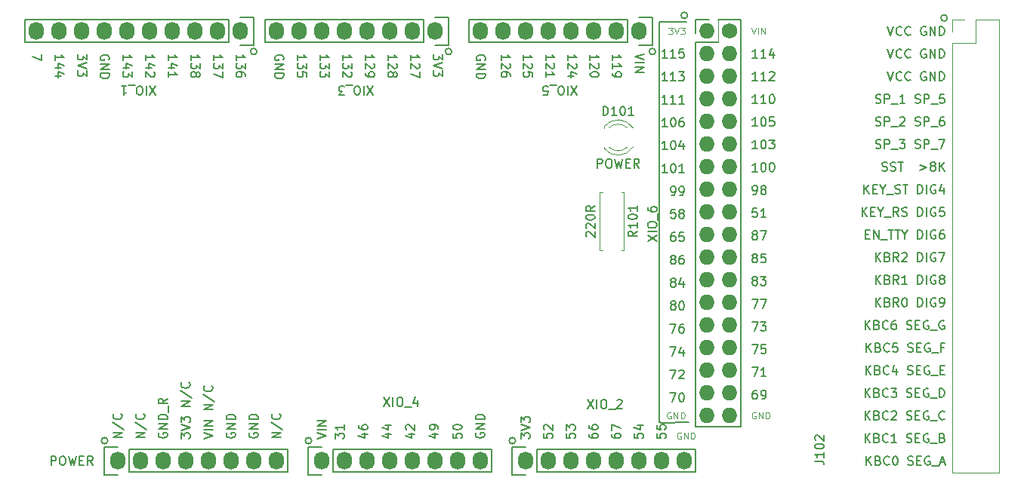
<source format=gbr>
%TF.GenerationSoftware,KiCad,Pcbnew,6.0.2+dfsg-1*%
%TF.CreationDate,2022-06-01T22:42:02-04:00*%
%TF.ProjectId,kim1-earthpeople,6b696d31-2d65-4617-9274-6870656f706c,rev?*%
%TF.SameCoordinates,Original*%
%TF.FileFunction,Legend,Top*%
%TF.FilePolarity,Positive*%
%FSLAX46Y46*%
G04 Gerber Fmt 4.6, Leading zero omitted, Abs format (unit mm)*
G04 Created by KiCad (PCBNEW 6.0.2+dfsg-1) date 2022-06-01 22:42:02*
%MOMM*%
%LPD*%
G01*
G04 APERTURE LIST*
%ADD10C,0.150000*%
%ADD11C,0.100000*%
%ADD12C,0.120000*%
%ADD13O,1.727200X2.032000*%
%ADD14O,1.727200X1.727200*%
%ADD15C,1.727200*%
G04 APERTURE END LIST*
D10*
X195177210Y-69088000D02*
G75*
G03*
X195177210Y-69088000I-359210J0D01*
G01*
X192024000Y-114808000D02*
X192278000Y-114824000D01*
X192278000Y-69850000D02*
X192024000Y-69850000D01*
X146893210Y-73144000D02*
G75*
G03*
X146893210Y-73144000I-359210J0D01*
G01*
X224298210Y-69375000D02*
G75*
G03*
X224298210Y-69375000I-359210J0D01*
G01*
X168737210Y-73144000D02*
G75*
G03*
X168737210Y-73144000I-359210J0D01*
G01*
X153037210Y-116848000D02*
G75*
G03*
X153037210Y-116848000I-359210J0D01*
G01*
X191597210Y-73144000D02*
G75*
G03*
X191597210Y-73144000I-359210J0D01*
G01*
X192278000Y-114824000D02*
X195326000Y-114808000D01*
X130177210Y-116848000D02*
G75*
G03*
X130177210Y-116848000I-359210J0D01*
G01*
X192278000Y-69850000D02*
X195072000Y-69850000D01*
X192024000Y-69850000D02*
X192024000Y-70612000D01*
X195072000Y-69850000D02*
X192278000Y-69850000D01*
X175897210Y-116848000D02*
G75*
G03*
X175897210Y-116848000I-359210J0D01*
G01*
X192024000Y-70326000D02*
X192024000Y-114808000D01*
X182810380Y-78017619D02*
X182143714Y-77017619D01*
X182143714Y-78017619D02*
X182810380Y-77017619D01*
X181762761Y-77017619D02*
X181762761Y-78017619D01*
X181096095Y-78017619D02*
X180905619Y-78017619D01*
X180810380Y-77970000D01*
X180715142Y-77874761D01*
X180667523Y-77684285D01*
X180667523Y-77350952D01*
X180715142Y-77160476D01*
X180810380Y-77065238D01*
X180905619Y-77017619D01*
X181096095Y-77017619D01*
X181191333Y-77065238D01*
X181286571Y-77160476D01*
X181334190Y-77350952D01*
X181334190Y-77684285D01*
X181286571Y-77874761D01*
X181191333Y-77970000D01*
X181096095Y-78017619D01*
X180477047Y-76922380D02*
X179715142Y-76922380D01*
X179000857Y-78017619D02*
X179477047Y-78017619D01*
X179524666Y-77541428D01*
X179477047Y-77589047D01*
X179381809Y-77636666D01*
X179143714Y-77636666D01*
X179048476Y-77589047D01*
X179000857Y-77541428D01*
X178953238Y-77446190D01*
X178953238Y-77208095D01*
X179000857Y-77112857D01*
X179048476Y-77065238D01*
X179143714Y-77017619D01*
X179381809Y-77017619D01*
X179477047Y-77065238D01*
X179524666Y-77112857D01*
X131770380Y-116504404D02*
X130770380Y-116504404D01*
X131770380Y-115932976D01*
X130770380Y-115932976D01*
X130722761Y-114742500D02*
X132008476Y-115599642D01*
X131675142Y-113837738D02*
X131722761Y-113885357D01*
X131770380Y-114028214D01*
X131770380Y-114123452D01*
X131722761Y-114266309D01*
X131627523Y-114361547D01*
X131532285Y-114409166D01*
X131341809Y-114456785D01*
X131198952Y-114456785D01*
X131008476Y-114409166D01*
X130913238Y-114361547D01*
X130818000Y-114266309D01*
X130770380Y-114123452D01*
X130770380Y-114028214D01*
X130818000Y-113885357D01*
X130865619Y-113837738D01*
X156519619Y-74104571D02*
X156519619Y-73533142D01*
X156519619Y-73818857D02*
X157519619Y-73818857D01*
X157376761Y-73723618D01*
X157281523Y-73628380D01*
X157233904Y-73533142D01*
X157519619Y-74437904D02*
X157519619Y-75056952D01*
X157138666Y-74723618D01*
X157138666Y-74866476D01*
X157091047Y-74961714D01*
X157043428Y-75009333D01*
X156948190Y-75056952D01*
X156710095Y-75056952D01*
X156614857Y-75009333D01*
X156567238Y-74961714D01*
X156519619Y-74866476D01*
X156519619Y-74580761D01*
X156567238Y-74485523D01*
X156614857Y-74437904D01*
X157424380Y-75437904D02*
X157472000Y-75485523D01*
X157519619Y-75580761D01*
X157519619Y-75818857D01*
X157472000Y-75914095D01*
X157424380Y-75961714D01*
X157329142Y-76009333D01*
X157233904Y-76009333D01*
X157091047Y-75961714D01*
X156519619Y-75390285D01*
X156519619Y-76009333D01*
X142041619Y-74104571D02*
X142041619Y-73533142D01*
X142041619Y-73818857D02*
X143041619Y-73818857D01*
X142898761Y-73723618D01*
X142803523Y-73628380D01*
X142755904Y-73533142D01*
X143041619Y-74437904D02*
X143041619Y-75056952D01*
X142660666Y-74723618D01*
X142660666Y-74866476D01*
X142613047Y-74961714D01*
X142565428Y-75009333D01*
X142470190Y-75056952D01*
X142232095Y-75056952D01*
X142136857Y-75009333D01*
X142089238Y-74961714D01*
X142041619Y-74866476D01*
X142041619Y-74580761D01*
X142089238Y-74485523D01*
X142136857Y-74437904D01*
X143041619Y-75390285D02*
X143041619Y-76056952D01*
X142041619Y-75628380D01*
X202639952Y-96281241D02*
X202544714Y-96233622D01*
X202497095Y-96186003D01*
X202449476Y-96090765D01*
X202449476Y-96043146D01*
X202497095Y-95947908D01*
X202544714Y-95900289D01*
X202639952Y-95852669D01*
X202830428Y-95852669D01*
X202925666Y-95900289D01*
X202973285Y-95947908D01*
X203020904Y-96043146D01*
X203020904Y-96090765D01*
X202973285Y-96186003D01*
X202925666Y-96233622D01*
X202830428Y-96281241D01*
X202639952Y-96281241D01*
X202544714Y-96328860D01*
X202497095Y-96376479D01*
X202449476Y-96471717D01*
X202449476Y-96662193D01*
X202497095Y-96757431D01*
X202544714Y-96805050D01*
X202639952Y-96852669D01*
X202830428Y-96852669D01*
X202925666Y-96805050D01*
X202973285Y-96757431D01*
X203020904Y-96662193D01*
X203020904Y-96471717D01*
X202973285Y-96376479D01*
X202925666Y-96328860D01*
X202830428Y-96281241D01*
X203925666Y-95852669D02*
X203449476Y-95852669D01*
X203401857Y-96328860D01*
X203449476Y-96281241D01*
X203544714Y-96233622D01*
X203782809Y-96233622D01*
X203878047Y-96281241D01*
X203925666Y-96328860D01*
X203973285Y-96424098D01*
X203973285Y-96662193D01*
X203925666Y-96757431D01*
X203878047Y-96805050D01*
X203782809Y-96852669D01*
X203544714Y-96852669D01*
X203449476Y-96805050D01*
X203401857Y-96757431D01*
X135898000Y-115980595D02*
X135850380Y-116075833D01*
X135850380Y-116218690D01*
X135898000Y-116361547D01*
X135993238Y-116456785D01*
X136088476Y-116504404D01*
X136278952Y-116552023D01*
X136421809Y-116552023D01*
X136612285Y-116504404D01*
X136707523Y-116456785D01*
X136802761Y-116361547D01*
X136850380Y-116218690D01*
X136850380Y-116123452D01*
X136802761Y-115980595D01*
X136755142Y-115932976D01*
X136421809Y-115932976D01*
X136421809Y-116123452D01*
X136850380Y-115504404D02*
X135850380Y-115504404D01*
X136850380Y-114932976D01*
X135850380Y-114932976D01*
X136850380Y-114456785D02*
X135850380Y-114456785D01*
X135850380Y-114218690D01*
X135898000Y-114075833D01*
X135993238Y-113980595D01*
X136088476Y-113932976D01*
X136278952Y-113885357D01*
X136421809Y-113885357D01*
X136612285Y-113932976D01*
X136707523Y-113980595D01*
X136802761Y-114075833D01*
X136850380Y-114218690D01*
X136850380Y-114456785D01*
X136945619Y-113694880D02*
X136945619Y-112932976D01*
X136850380Y-112123452D02*
X136374190Y-112456785D01*
X136850380Y-112694880D02*
X135850380Y-112694880D01*
X135850380Y-112313928D01*
X135898000Y-112218690D01*
X135945619Y-112171071D01*
X136040857Y-112123452D01*
X136183714Y-112123452D01*
X136278952Y-112171071D01*
X136326571Y-112218690D01*
X136374190Y-112313928D01*
X136374190Y-112694880D01*
X192901761Y-73858380D02*
X192330332Y-73858380D01*
X192616047Y-73858380D02*
X192616047Y-72858380D01*
X192520808Y-73001238D01*
X192425570Y-73096476D01*
X192330332Y-73144095D01*
X193854142Y-73858380D02*
X193282713Y-73858380D01*
X193568428Y-73858380D02*
X193568428Y-72858380D01*
X193473189Y-73001238D01*
X193377951Y-73096476D01*
X193282713Y-73144095D01*
X194758904Y-72858380D02*
X194282713Y-72858380D01*
X194235094Y-73334571D01*
X194282713Y-73286952D01*
X194377951Y-73239333D01*
X194616047Y-73239333D01*
X194711285Y-73286952D01*
X194758904Y-73334571D01*
X194806523Y-73429809D01*
X194806523Y-73667904D01*
X194758904Y-73763142D01*
X194711285Y-73810761D01*
X194616047Y-73858380D01*
X194377951Y-73858380D01*
X194282713Y-73810761D01*
X194235094Y-73763142D01*
X202401857Y-103517432D02*
X203068523Y-103517432D01*
X202639952Y-104517432D01*
X203354238Y-103517432D02*
X203973285Y-103517432D01*
X203639952Y-103898385D01*
X203782809Y-103898385D01*
X203878047Y-103946004D01*
X203925666Y-103993623D01*
X203973285Y-104088861D01*
X203973285Y-104326956D01*
X203925666Y-104422194D01*
X203878047Y-104469813D01*
X203782809Y-104517432D01*
X203497095Y-104517432D01*
X203401857Y-104469813D01*
X203354238Y-104422194D01*
X136961619Y-74104571D02*
X136961619Y-73533142D01*
X136961619Y-73818857D02*
X137961619Y-73818857D01*
X137818761Y-73723618D01*
X137723523Y-73628380D01*
X137675904Y-73533142D01*
X137628285Y-74961714D02*
X136961619Y-74961714D01*
X138009238Y-74723618D02*
X137294952Y-74485523D01*
X137294952Y-75104571D01*
X136961619Y-76009333D02*
X136961619Y-75437904D01*
X136961619Y-75723618D02*
X137961619Y-75723618D01*
X137818761Y-75628380D01*
X137723523Y-75533142D01*
X137675904Y-75437904D01*
X191730380Y-116050714D02*
X191730380Y-116526904D01*
X192206571Y-116574523D01*
X192158952Y-116526904D01*
X192111333Y-116431666D01*
X192111333Y-116193571D01*
X192158952Y-116098333D01*
X192206571Y-116050714D01*
X192301809Y-116003095D01*
X192539904Y-116003095D01*
X192635142Y-116050714D01*
X192682761Y-116098333D01*
X192730380Y-116193571D01*
X192730380Y-116431666D01*
X192682761Y-116526904D01*
X192635142Y-116574523D01*
X191730380Y-115098333D02*
X191730380Y-115574523D01*
X192206571Y-115622142D01*
X192158952Y-115574523D01*
X192111333Y-115479285D01*
X192111333Y-115241190D01*
X192158952Y-115145952D01*
X192206571Y-115098333D01*
X192301809Y-115050714D01*
X192539904Y-115050714D01*
X192635142Y-115098333D01*
X192682761Y-115145952D01*
X192730380Y-115241190D01*
X192730380Y-115479285D01*
X192682761Y-115574523D01*
X192635142Y-115622142D01*
X202401857Y-106072353D02*
X203068523Y-106072353D01*
X202639952Y-107072353D01*
X203925666Y-106072353D02*
X203449476Y-106072353D01*
X203401857Y-106548544D01*
X203449476Y-106500925D01*
X203544714Y-106453306D01*
X203782809Y-106453306D01*
X203878047Y-106500925D01*
X203925666Y-106548544D01*
X203973285Y-106643782D01*
X203973285Y-106881877D01*
X203925666Y-106977115D01*
X203878047Y-107024734D01*
X203782809Y-107072353D01*
X203544714Y-107072353D01*
X203449476Y-107024734D01*
X203401857Y-106977115D01*
X193235095Y-108892504D02*
X193901761Y-108892504D01*
X193473190Y-109892504D01*
X194235095Y-108987743D02*
X194282714Y-108940124D01*
X194377952Y-108892504D01*
X194616047Y-108892504D01*
X194711285Y-108940124D01*
X194758904Y-108987743D01*
X194806523Y-109082981D01*
X194806523Y-109178219D01*
X194758904Y-109321076D01*
X194187476Y-109892504D01*
X194806523Y-109892504D01*
X202925666Y-111182195D02*
X202735190Y-111182195D01*
X202639952Y-111229815D01*
X202592333Y-111277434D01*
X202497095Y-111420291D01*
X202449476Y-111610767D01*
X202449476Y-111991719D01*
X202497095Y-112086957D01*
X202544714Y-112134576D01*
X202639952Y-112182195D01*
X202830428Y-112182195D01*
X202925666Y-112134576D01*
X202973285Y-112086957D01*
X203020904Y-111991719D01*
X203020904Y-111753624D01*
X202973285Y-111658386D01*
X202925666Y-111610767D01*
X202830428Y-111563148D01*
X202639952Y-111563148D01*
X202544714Y-111610767D01*
X202497095Y-111658386D01*
X202449476Y-111753624D01*
X203497095Y-112182195D02*
X203687571Y-112182195D01*
X203782809Y-112134576D01*
X203830428Y-112086957D01*
X203925666Y-111944100D01*
X203973285Y-111753624D01*
X203973285Y-111372672D01*
X203925666Y-111277434D01*
X203878047Y-111229815D01*
X203782809Y-111182195D01*
X203592333Y-111182195D01*
X203497095Y-111229815D01*
X203449476Y-111277434D01*
X203401857Y-111372672D01*
X203401857Y-111610767D01*
X203449476Y-111706005D01*
X203497095Y-111753624D01*
X203592333Y-111801243D01*
X203782809Y-111801243D01*
X203878047Y-111753624D01*
X203925666Y-111706005D01*
X203973285Y-111610767D01*
X159950380Y-78017619D02*
X159283714Y-77017619D01*
X159283714Y-78017619D02*
X159950380Y-77017619D01*
X158902761Y-77017619D02*
X158902761Y-78017619D01*
X158236095Y-78017619D02*
X158045619Y-78017619D01*
X157950380Y-77970000D01*
X157855142Y-77874761D01*
X157807523Y-77684285D01*
X157807523Y-77350952D01*
X157855142Y-77160476D01*
X157950380Y-77065238D01*
X158045619Y-77017619D01*
X158236095Y-77017619D01*
X158331333Y-77065238D01*
X158426571Y-77160476D01*
X158474190Y-77350952D01*
X158474190Y-77684285D01*
X158426571Y-77874761D01*
X158331333Y-77970000D01*
X158236095Y-78017619D01*
X157617047Y-76922380D02*
X156855142Y-76922380D01*
X156712285Y-78017619D02*
X156093238Y-78017619D01*
X156426571Y-77636666D01*
X156283714Y-77636666D01*
X156188476Y-77589047D01*
X156140857Y-77541428D01*
X156093238Y-77446190D01*
X156093238Y-77208095D01*
X156140857Y-77112857D01*
X156188476Y-77065238D01*
X156283714Y-77017619D01*
X156569428Y-77017619D01*
X156664666Y-77065238D01*
X156712285Y-77112857D01*
X123823357Y-119578380D02*
X123823357Y-118578380D01*
X124204309Y-118578380D01*
X124299547Y-118626000D01*
X124347166Y-118673619D01*
X124394785Y-118768857D01*
X124394785Y-118911714D01*
X124347166Y-119006952D01*
X124299547Y-119054571D01*
X124204309Y-119102190D01*
X123823357Y-119102190D01*
X125013833Y-118578380D02*
X125204309Y-118578380D01*
X125299547Y-118626000D01*
X125394785Y-118721238D01*
X125442404Y-118911714D01*
X125442404Y-119245047D01*
X125394785Y-119435523D01*
X125299547Y-119530761D01*
X125204309Y-119578380D01*
X125013833Y-119578380D01*
X124918595Y-119530761D01*
X124823357Y-119435523D01*
X124775738Y-119245047D01*
X124775738Y-118911714D01*
X124823357Y-118721238D01*
X124918595Y-118626000D01*
X125013833Y-118578380D01*
X125775738Y-118578380D02*
X126013833Y-119578380D01*
X126204309Y-118864095D01*
X126394785Y-119578380D01*
X126632880Y-118578380D01*
X127013833Y-119054571D02*
X127347166Y-119054571D01*
X127490023Y-119578380D02*
X127013833Y-119578380D01*
X127013833Y-118578380D01*
X127490023Y-118578380D01*
X128490023Y-119578380D02*
X128156690Y-119102190D01*
X127918595Y-119578380D02*
X127918595Y-118578380D01*
X128299547Y-118578380D01*
X128394785Y-118626000D01*
X128442404Y-118673619D01*
X128490023Y-118768857D01*
X128490023Y-118911714D01*
X128442404Y-119006952D01*
X128394785Y-119054571D01*
X128299547Y-119102190D01*
X127918595Y-119102190D01*
X190285619Y-73415404D02*
X189285619Y-73748738D01*
X190285619Y-74082071D01*
X189285619Y-74415404D02*
X190285619Y-74415404D01*
X189285619Y-74891595D02*
X190285619Y-74891595D01*
X189285619Y-75463023D01*
X190285619Y-75463023D01*
D11*
X193292714Y-113671000D02*
X193221285Y-113635285D01*
X193114142Y-113635285D01*
X193007000Y-113671000D01*
X192935571Y-113742428D01*
X192899857Y-113813857D01*
X192864142Y-113956714D01*
X192864142Y-114063857D01*
X192899857Y-114206714D01*
X192935571Y-114278142D01*
X193007000Y-114349571D01*
X193114142Y-114385285D01*
X193185571Y-114385285D01*
X193292714Y-114349571D01*
X193328428Y-114313857D01*
X193328428Y-114063857D01*
X193185571Y-114063857D01*
X193649857Y-114385285D02*
X193649857Y-113635285D01*
X194078428Y-114385285D01*
X194078428Y-113635285D01*
X194435571Y-114385285D02*
X194435571Y-113635285D01*
X194614142Y-113635285D01*
X194721285Y-113671000D01*
X194792714Y-113742428D01*
X194828428Y-113813857D01*
X194864142Y-113956714D01*
X194864142Y-114063857D01*
X194828428Y-114206714D01*
X194792714Y-114278142D01*
X194721285Y-114349571D01*
X194614142Y-114385285D01*
X194435571Y-114385285D01*
D10*
X192901761Y-84153844D02*
X192330332Y-84153844D01*
X192616047Y-84153844D02*
X192616047Y-83153844D01*
X192520808Y-83296702D01*
X192425570Y-83391940D01*
X192330332Y-83439559D01*
X193520808Y-83153844D02*
X193616047Y-83153844D01*
X193711285Y-83201464D01*
X193758904Y-83249083D01*
X193806523Y-83344321D01*
X193854142Y-83534797D01*
X193854142Y-83772892D01*
X193806523Y-83963368D01*
X193758904Y-84058606D01*
X193711285Y-84106225D01*
X193616047Y-84153844D01*
X193520808Y-84153844D01*
X193425570Y-84106225D01*
X193377951Y-84058606D01*
X193330332Y-83963368D01*
X193282713Y-83772892D01*
X193282713Y-83534797D01*
X193330332Y-83344321D01*
X193377951Y-83249083D01*
X193425570Y-83201464D01*
X193520808Y-83153844D01*
X194711285Y-83487178D02*
X194711285Y-84153844D01*
X194473189Y-83106225D02*
X194235094Y-83820511D01*
X194854142Y-83820511D01*
X134310380Y-116504404D02*
X133310380Y-116504404D01*
X134310380Y-115932976D01*
X133310380Y-115932976D01*
X133262761Y-114742500D02*
X134548476Y-115599642D01*
X134215142Y-113837738D02*
X134262761Y-113885357D01*
X134310380Y-114028214D01*
X134310380Y-114123452D01*
X134262761Y-114266309D01*
X134167523Y-114361547D01*
X134072285Y-114409166D01*
X133881809Y-114456785D01*
X133738952Y-114456785D01*
X133548476Y-114409166D01*
X133453238Y-114361547D01*
X133358000Y-114266309D01*
X133310380Y-114123452D01*
X133310380Y-114028214D01*
X133358000Y-113885357D01*
X133405619Y-113837738D01*
X202639952Y-98836162D02*
X202544714Y-98788543D01*
X202497095Y-98740924D01*
X202449476Y-98645686D01*
X202449476Y-98598067D01*
X202497095Y-98502829D01*
X202544714Y-98455210D01*
X202639952Y-98407590D01*
X202830428Y-98407590D01*
X202925666Y-98455210D01*
X202973285Y-98502829D01*
X203020904Y-98598067D01*
X203020904Y-98645686D01*
X202973285Y-98740924D01*
X202925666Y-98788543D01*
X202830428Y-98836162D01*
X202639952Y-98836162D01*
X202544714Y-98883781D01*
X202497095Y-98931400D01*
X202449476Y-99026638D01*
X202449476Y-99217114D01*
X202497095Y-99312352D01*
X202544714Y-99359971D01*
X202639952Y-99407590D01*
X202830428Y-99407590D01*
X202925666Y-99359971D01*
X202973285Y-99312352D01*
X203020904Y-99217114D01*
X203020904Y-99026638D01*
X202973285Y-98931400D01*
X202925666Y-98883781D01*
X202830428Y-98836162D01*
X203354238Y-98407590D02*
X203973285Y-98407590D01*
X203639952Y-98788543D01*
X203782809Y-98788543D01*
X203878047Y-98836162D01*
X203925666Y-98883781D01*
X203973285Y-98979019D01*
X203973285Y-99217114D01*
X203925666Y-99312352D01*
X203878047Y-99359971D01*
X203782809Y-99407590D01*
X203497095Y-99407590D01*
X203401857Y-99359971D01*
X203354238Y-99312352D01*
X138390380Y-116599642D02*
X138390380Y-115980595D01*
X138771333Y-116313928D01*
X138771333Y-116171071D01*
X138818952Y-116075833D01*
X138866571Y-116028214D01*
X138961809Y-115980595D01*
X139199904Y-115980595D01*
X139295142Y-116028214D01*
X139342761Y-116075833D01*
X139390380Y-116171071D01*
X139390380Y-116456785D01*
X139342761Y-116552023D01*
X139295142Y-116599642D01*
X138390380Y-115694880D02*
X139390380Y-115361547D01*
X138390380Y-115028214D01*
X138390380Y-114790119D02*
X138390380Y-114171071D01*
X138771333Y-114504404D01*
X138771333Y-114361547D01*
X138818952Y-114266309D01*
X138866571Y-114218690D01*
X138961809Y-114171071D01*
X139199904Y-114171071D01*
X139295142Y-114218690D01*
X139342761Y-114266309D01*
X139390380Y-114361547D01*
X139390380Y-114647261D01*
X139342761Y-114742500D01*
X139295142Y-114790119D01*
X139390380Y-112980595D02*
X138390380Y-112980595D01*
X139390380Y-112409166D01*
X138390380Y-112409166D01*
X138342761Y-111218690D02*
X139628476Y-112075833D01*
X139295142Y-110313928D02*
X139342761Y-110361547D01*
X139390380Y-110504404D01*
X139390380Y-110599642D01*
X139342761Y-110742500D01*
X139247523Y-110837738D01*
X139152285Y-110885357D01*
X138961809Y-110932976D01*
X138818952Y-110932976D01*
X138628476Y-110885357D01*
X138533238Y-110837738D01*
X138438000Y-110742500D01*
X138390380Y-110599642D01*
X138390380Y-110504404D01*
X138438000Y-110361547D01*
X138485619Y-110313928D01*
X143518000Y-115980595D02*
X143470380Y-116075833D01*
X143470380Y-116218690D01*
X143518000Y-116361547D01*
X143613238Y-116456785D01*
X143708476Y-116504404D01*
X143898952Y-116552023D01*
X144041809Y-116552023D01*
X144232285Y-116504404D01*
X144327523Y-116456785D01*
X144422761Y-116361547D01*
X144470380Y-116218690D01*
X144470380Y-116123452D01*
X144422761Y-115980595D01*
X144375142Y-115932976D01*
X144041809Y-115932976D01*
X144041809Y-116123452D01*
X144470380Y-115504404D02*
X143470380Y-115504404D01*
X144470380Y-114932976D01*
X143470380Y-114932976D01*
X144470380Y-114456785D02*
X143470380Y-114456785D01*
X143470380Y-114218690D01*
X143518000Y-114075833D01*
X143613238Y-113980595D01*
X143708476Y-113932976D01*
X143898952Y-113885357D01*
X144041809Y-113885357D01*
X144232285Y-113932976D01*
X144327523Y-113980595D01*
X144422761Y-114075833D01*
X144470380Y-114218690D01*
X144470380Y-114456785D01*
X171458000Y-115980595D02*
X171410380Y-116075833D01*
X171410380Y-116218690D01*
X171458000Y-116361547D01*
X171553238Y-116456785D01*
X171648476Y-116504404D01*
X171838952Y-116552023D01*
X171981809Y-116552023D01*
X172172285Y-116504404D01*
X172267523Y-116456785D01*
X172362761Y-116361547D01*
X172410380Y-116218690D01*
X172410380Y-116123452D01*
X172362761Y-115980595D01*
X172315142Y-115932976D01*
X171981809Y-115932976D01*
X171981809Y-116123452D01*
X172410380Y-115504404D02*
X171410380Y-115504404D01*
X172410380Y-114932976D01*
X171410380Y-114932976D01*
X172410380Y-114456785D02*
X171410380Y-114456785D01*
X171410380Y-114218690D01*
X171458000Y-114075833D01*
X171553238Y-113980595D01*
X171648476Y-113932976D01*
X171838952Y-113885357D01*
X171981809Y-113885357D01*
X172172285Y-113932976D01*
X172267523Y-113980595D01*
X172362761Y-114075833D01*
X172410380Y-114218690D01*
X172410380Y-114456785D01*
X166562114Y-116098333D02*
X167228780Y-116098333D01*
X166181161Y-116336428D02*
X166895447Y-116574523D01*
X166895447Y-115955476D01*
X167228780Y-115526904D02*
X167228780Y-115336428D01*
X167181161Y-115241190D01*
X167133542Y-115193571D01*
X166990685Y-115098333D01*
X166800209Y-115050714D01*
X166419257Y-115050714D01*
X166324019Y-115098333D01*
X166276400Y-115145952D01*
X166228780Y-115241190D01*
X166228780Y-115431666D01*
X166276400Y-115526904D01*
X166324019Y-115574523D01*
X166419257Y-115622142D01*
X166657352Y-115622142D01*
X166752590Y-115574523D01*
X166800209Y-115526904D01*
X166847828Y-115431666D01*
X166847828Y-115241190D01*
X166800209Y-115145952D01*
X166752590Y-115098333D01*
X166657352Y-115050714D01*
X174299619Y-74104571D02*
X174299619Y-73533142D01*
X174299619Y-73818857D02*
X175299619Y-73818857D01*
X175156761Y-73723618D01*
X175061523Y-73628380D01*
X175013904Y-73533142D01*
X175204380Y-74485523D02*
X175252000Y-74533142D01*
X175299619Y-74628380D01*
X175299619Y-74866476D01*
X175252000Y-74961714D01*
X175204380Y-75009333D01*
X175109142Y-75056952D01*
X175013904Y-75056952D01*
X174871047Y-75009333D01*
X174299619Y-74437904D01*
X174299619Y-75056952D01*
X175299619Y-75914095D02*
X175299619Y-75723618D01*
X175252000Y-75628380D01*
X175204380Y-75580761D01*
X175061523Y-75485523D01*
X174871047Y-75437904D01*
X174490095Y-75437904D01*
X174394857Y-75485523D01*
X174347238Y-75533142D01*
X174299619Y-75628380D01*
X174299619Y-75818857D01*
X174347238Y-75914095D01*
X174394857Y-75961714D01*
X174490095Y-76009333D01*
X174728190Y-76009333D01*
X174823428Y-75961714D01*
X174871047Y-75914095D01*
X174918666Y-75818857D01*
X174918666Y-75628380D01*
X174871047Y-75533142D01*
X174823428Y-75485523D01*
X174728190Y-75437904D01*
X203020904Y-76413301D02*
X202449475Y-76413301D01*
X202735190Y-76413301D02*
X202735190Y-75413301D01*
X202639951Y-75556159D01*
X202544713Y-75651397D01*
X202449475Y-75699016D01*
X203973285Y-76413301D02*
X203401856Y-76413301D01*
X203687571Y-76413301D02*
X203687571Y-75413301D01*
X203592332Y-75556159D01*
X203497094Y-75651397D01*
X203401856Y-75699016D01*
X204354237Y-75508540D02*
X204401856Y-75460921D01*
X204497094Y-75413301D01*
X204735190Y-75413301D01*
X204830428Y-75460921D01*
X204878047Y-75508540D01*
X204925666Y-75603778D01*
X204925666Y-75699016D01*
X204878047Y-75841873D01*
X204306618Y-76413301D01*
X204925666Y-76413301D01*
X140930380Y-116647261D02*
X141930380Y-116313928D01*
X140930380Y-115980595D01*
X141930380Y-115647261D02*
X140930380Y-115647261D01*
X141930380Y-115171071D02*
X140930380Y-115171071D01*
X141930380Y-114599642D01*
X140930380Y-114599642D01*
X141930380Y-113361547D02*
X140930380Y-113361547D01*
X141930380Y-112790119D01*
X140930380Y-112790119D01*
X140882761Y-111599642D02*
X142168476Y-112456785D01*
X141835142Y-110694880D02*
X141882761Y-110742500D01*
X141930380Y-110885357D01*
X141930380Y-110980595D01*
X141882761Y-111123452D01*
X141787523Y-111218690D01*
X141692285Y-111266309D01*
X141501809Y-111313928D01*
X141358952Y-111313928D01*
X141168476Y-111266309D01*
X141073238Y-111218690D01*
X140978000Y-111123452D01*
X140930380Y-110980595D01*
X140930380Y-110885357D01*
X140978000Y-110742500D01*
X141025619Y-110694880D01*
X151439619Y-74104571D02*
X151439619Y-73533142D01*
X151439619Y-73818857D02*
X152439619Y-73818857D01*
X152296761Y-73723618D01*
X152201523Y-73628380D01*
X152153904Y-73533142D01*
X152439619Y-74437904D02*
X152439619Y-75056952D01*
X152058666Y-74723618D01*
X152058666Y-74866476D01*
X152011047Y-74961714D01*
X151963428Y-75009333D01*
X151868190Y-75056952D01*
X151630095Y-75056952D01*
X151534857Y-75009333D01*
X151487238Y-74961714D01*
X151439619Y-74866476D01*
X151439619Y-74580761D01*
X151487238Y-74485523D01*
X151534857Y-74437904D01*
X152439619Y-75961714D02*
X152439619Y-75485523D01*
X151963428Y-75437904D01*
X152011047Y-75485523D01*
X152058666Y-75580761D01*
X152058666Y-75818857D01*
X152011047Y-75914095D01*
X151963428Y-75961714D01*
X151868190Y-76009333D01*
X151630095Y-76009333D01*
X151534857Y-75961714D01*
X151487238Y-75914095D01*
X151439619Y-75818857D01*
X151439619Y-75580761D01*
X151487238Y-75485523D01*
X151534857Y-75437904D01*
X122721619Y-73485523D02*
X122721619Y-74152190D01*
X121721619Y-73723618D01*
X193235095Y-106318638D02*
X193901761Y-106318638D01*
X193473190Y-107318638D01*
X194711285Y-106651972D02*
X194711285Y-107318638D01*
X194473190Y-106271019D02*
X194235095Y-106985305D01*
X194854142Y-106985305D01*
X193473190Y-99025612D02*
X193377952Y-98977993D01*
X193330333Y-98930374D01*
X193282714Y-98835136D01*
X193282714Y-98787517D01*
X193330333Y-98692279D01*
X193377952Y-98644660D01*
X193473190Y-98597040D01*
X193663666Y-98597040D01*
X193758904Y-98644660D01*
X193806523Y-98692279D01*
X193854142Y-98787517D01*
X193854142Y-98835136D01*
X193806523Y-98930374D01*
X193758904Y-98977993D01*
X193663666Y-99025612D01*
X193473190Y-99025612D01*
X193377952Y-99073231D01*
X193330333Y-99120850D01*
X193282714Y-99216088D01*
X193282714Y-99406564D01*
X193330333Y-99501802D01*
X193377952Y-99549421D01*
X193473190Y-99597040D01*
X193663666Y-99597040D01*
X193758904Y-99549421D01*
X193806523Y-99501802D01*
X193854142Y-99406564D01*
X193854142Y-99216088D01*
X193806523Y-99120850D01*
X193758904Y-99073231D01*
X193663666Y-99025612D01*
X194711285Y-98930374D02*
X194711285Y-99597040D01*
X194473190Y-98549421D02*
X194235095Y-99263707D01*
X194854142Y-99263707D01*
X202973285Y-90742827D02*
X202497095Y-90742827D01*
X202449476Y-91219018D01*
X202497095Y-91171399D01*
X202592333Y-91123780D01*
X202830428Y-91123780D01*
X202925666Y-91171399D01*
X202973285Y-91219018D01*
X203020904Y-91314256D01*
X203020904Y-91552351D01*
X202973285Y-91647589D01*
X202925666Y-91695208D01*
X202830428Y-91742827D01*
X202592333Y-91742827D01*
X202497095Y-91695208D01*
X202449476Y-91647589D01*
X203973285Y-91742827D02*
X203401857Y-91742827D01*
X203687571Y-91742827D02*
X203687571Y-90742827D01*
X203592333Y-90885685D01*
X203497095Y-90980923D01*
X203401857Y-91028542D01*
X184256419Y-74104571D02*
X184256419Y-73533142D01*
X184256419Y-73818857D02*
X185256419Y-73818857D01*
X185113561Y-73723618D01*
X185018323Y-73628380D01*
X184970704Y-73533142D01*
X185161180Y-74485523D02*
X185208800Y-74533142D01*
X185256419Y-74628380D01*
X185256419Y-74866476D01*
X185208800Y-74961714D01*
X185161180Y-75009333D01*
X185065942Y-75056952D01*
X184970704Y-75056952D01*
X184827847Y-75009333D01*
X184256419Y-74437904D01*
X184256419Y-75056952D01*
X185256419Y-75675999D02*
X185256419Y-75771238D01*
X185208800Y-75866476D01*
X185161180Y-75914095D01*
X185065942Y-75961714D01*
X184875466Y-76009333D01*
X184637371Y-76009333D01*
X184446895Y-75961714D01*
X184351657Y-75914095D01*
X184304038Y-75866476D01*
X184256419Y-75771238D01*
X184256419Y-75675999D01*
X184304038Y-75580761D01*
X184351657Y-75533142D01*
X184446895Y-75485523D01*
X184637371Y-75437904D01*
X184875466Y-75437904D01*
X185065942Y-75485523D01*
X185161180Y-75533142D01*
X185208800Y-75580761D01*
X185256419Y-75675999D01*
X164139619Y-74104571D02*
X164139619Y-73533142D01*
X164139619Y-73818857D02*
X165139619Y-73818857D01*
X164996761Y-73723618D01*
X164901523Y-73628380D01*
X164853904Y-73533142D01*
X165044380Y-74485523D02*
X165092000Y-74533142D01*
X165139619Y-74628380D01*
X165139619Y-74866476D01*
X165092000Y-74961714D01*
X165044380Y-75009333D01*
X164949142Y-75056952D01*
X164853904Y-75056952D01*
X164711047Y-75009333D01*
X164139619Y-74437904D01*
X164139619Y-75056952D01*
X165139619Y-75390285D02*
X165139619Y-76056952D01*
X164139619Y-75628380D01*
X176490380Y-116599642D02*
X176490380Y-115980595D01*
X176871333Y-116313928D01*
X176871333Y-116171071D01*
X176918952Y-116075833D01*
X176966571Y-116028214D01*
X177061809Y-115980595D01*
X177299904Y-115980595D01*
X177395142Y-116028214D01*
X177442761Y-116075833D01*
X177490380Y-116171071D01*
X177490380Y-116456785D01*
X177442761Y-116552023D01*
X177395142Y-116599642D01*
X176490380Y-115694880D02*
X177490380Y-115361547D01*
X176490380Y-115028214D01*
X176490380Y-114790119D02*
X176490380Y-114171071D01*
X176871333Y-114504404D01*
X176871333Y-114361547D01*
X176918952Y-114266309D01*
X176966571Y-114218690D01*
X177061809Y-114171071D01*
X177299904Y-114171071D01*
X177395142Y-114218690D01*
X177442761Y-114266309D01*
X177490380Y-114361547D01*
X177490380Y-114647261D01*
X177442761Y-114742500D01*
X177395142Y-114790119D01*
X179030380Y-116050714D02*
X179030380Y-116526904D01*
X179506571Y-116574523D01*
X179458952Y-116526904D01*
X179411333Y-116431666D01*
X179411333Y-116193571D01*
X179458952Y-116098333D01*
X179506571Y-116050714D01*
X179601809Y-116003095D01*
X179839904Y-116003095D01*
X179935142Y-116050714D01*
X179982761Y-116098333D01*
X180030380Y-116193571D01*
X180030380Y-116431666D01*
X179982761Y-116526904D01*
X179935142Y-116574523D01*
X179125619Y-115622142D02*
X179078000Y-115574523D01*
X179030380Y-115479285D01*
X179030380Y-115241190D01*
X179078000Y-115145952D01*
X179125619Y-115098333D01*
X179220857Y-115050714D01*
X179316095Y-115050714D01*
X179458952Y-115098333D01*
X180030380Y-115669761D01*
X180030380Y-115050714D01*
X186745619Y-74104571D02*
X186745619Y-73533142D01*
X186745619Y-73818857D02*
X187745619Y-73818857D01*
X187602761Y-73723618D01*
X187507523Y-73628380D01*
X187459904Y-73533142D01*
X186745619Y-75056952D02*
X186745619Y-74485523D01*
X186745619Y-74771238D02*
X187745619Y-74771238D01*
X187602761Y-74675999D01*
X187507523Y-74580761D01*
X187459904Y-74485523D01*
X186745619Y-75533142D02*
X186745619Y-75723618D01*
X186793238Y-75818857D01*
X186840857Y-75866476D01*
X186983714Y-75961714D01*
X187174190Y-76009333D01*
X187555142Y-76009333D01*
X187650380Y-75961714D01*
X187698000Y-75914095D01*
X187745619Y-75818857D01*
X187745619Y-75628380D01*
X187698000Y-75533142D01*
X187650380Y-75485523D01*
X187555142Y-75437904D01*
X187317047Y-75437904D01*
X187221809Y-75485523D01*
X187174190Y-75533142D01*
X187126571Y-75628380D01*
X187126571Y-75818857D01*
X187174190Y-75914095D01*
X187221809Y-75961714D01*
X187317047Y-76009333D01*
X172458000Y-74104571D02*
X172505619Y-74009333D01*
X172505619Y-73866476D01*
X172458000Y-73723618D01*
X172362761Y-73628380D01*
X172267523Y-73580761D01*
X172077047Y-73533142D01*
X171934190Y-73533142D01*
X171743714Y-73580761D01*
X171648476Y-73628380D01*
X171553238Y-73723618D01*
X171505619Y-73866476D01*
X171505619Y-73961714D01*
X171553238Y-74104571D01*
X171600857Y-74152190D01*
X171934190Y-74152190D01*
X171934190Y-73961714D01*
X171505619Y-74580761D02*
X172505619Y-74580761D01*
X171505619Y-75152190D01*
X172505619Y-75152190D01*
X171505619Y-75628380D02*
X172505619Y-75628380D01*
X172505619Y-75866476D01*
X172458000Y-76009333D01*
X172362761Y-76104571D01*
X172267523Y-76152190D01*
X172077047Y-76199809D01*
X171934190Y-76199809D01*
X171743714Y-76152190D01*
X171648476Y-76104571D01*
X171553238Y-76009333D01*
X171505619Y-75866476D01*
X171505619Y-75628380D01*
X163920514Y-116098333D02*
X164587180Y-116098333D01*
X163539561Y-116336428D02*
X164253847Y-116574523D01*
X164253847Y-115955476D01*
X163682419Y-115622142D02*
X163634800Y-115574523D01*
X163587180Y-115479285D01*
X163587180Y-115241190D01*
X163634800Y-115145952D01*
X163682419Y-115098333D01*
X163777657Y-115050714D01*
X163872895Y-115050714D01*
X164015752Y-115098333D01*
X164587180Y-115669761D01*
X164587180Y-115050714D01*
X202544714Y-89187906D02*
X202735190Y-89187906D01*
X202830428Y-89140287D01*
X202878047Y-89092668D01*
X202973285Y-88949811D01*
X203020904Y-88759335D01*
X203020904Y-88378383D01*
X202973285Y-88283145D01*
X202925666Y-88235526D01*
X202830428Y-88187906D01*
X202639952Y-88187906D01*
X202544714Y-88235526D01*
X202497095Y-88283145D01*
X202449476Y-88378383D01*
X202449476Y-88616478D01*
X202497095Y-88711716D01*
X202544714Y-88759335D01*
X202639952Y-88806954D01*
X202830428Y-88806954D01*
X202925666Y-88759335D01*
X202973285Y-88711716D01*
X203020904Y-88616478D01*
X203592333Y-88616478D02*
X203497095Y-88568859D01*
X203449476Y-88521240D01*
X203401857Y-88426002D01*
X203401857Y-88378383D01*
X203449476Y-88283145D01*
X203497095Y-88235526D01*
X203592333Y-88187906D01*
X203782809Y-88187906D01*
X203878047Y-88235526D01*
X203925666Y-88283145D01*
X203973285Y-88378383D01*
X203973285Y-88426002D01*
X203925666Y-88521240D01*
X203878047Y-88568859D01*
X203782809Y-88616478D01*
X203592333Y-88616478D01*
X203497095Y-88664097D01*
X203449476Y-88711716D01*
X203401857Y-88806954D01*
X203401857Y-88997430D01*
X203449476Y-89092668D01*
X203497095Y-89140287D01*
X203592333Y-89187906D01*
X203782809Y-89187906D01*
X203878047Y-89140287D01*
X203925666Y-89092668D01*
X203973285Y-88997430D01*
X203973285Y-88806954D01*
X203925666Y-88711716D01*
X203878047Y-88664097D01*
X203782809Y-88616478D01*
X186650380Y-116098333D02*
X186650380Y-116288809D01*
X186698000Y-116384047D01*
X186745619Y-116431666D01*
X186888476Y-116526904D01*
X187078952Y-116574523D01*
X187459904Y-116574523D01*
X187555142Y-116526904D01*
X187602761Y-116479285D01*
X187650380Y-116384047D01*
X187650380Y-116193571D01*
X187602761Y-116098333D01*
X187555142Y-116050714D01*
X187459904Y-116003095D01*
X187221809Y-116003095D01*
X187126571Y-116050714D01*
X187078952Y-116098333D01*
X187031333Y-116193571D01*
X187031333Y-116384047D01*
X187078952Y-116479285D01*
X187126571Y-116526904D01*
X187221809Y-116574523D01*
X186650380Y-115669761D02*
X186650380Y-115003095D01*
X187650380Y-115431666D01*
X203020904Y-78968222D02*
X202449475Y-78968222D01*
X202735190Y-78968222D02*
X202735190Y-77968222D01*
X202639951Y-78111080D01*
X202544713Y-78206318D01*
X202449475Y-78253937D01*
X203973285Y-78968222D02*
X203401856Y-78968222D01*
X203687571Y-78968222D02*
X203687571Y-77968222D01*
X203592332Y-78111080D01*
X203497094Y-78206318D01*
X203401856Y-78253937D01*
X204592332Y-77968222D02*
X204687571Y-77968222D01*
X204782809Y-78015842D01*
X204830428Y-78063461D01*
X204878047Y-78158699D01*
X204925666Y-78349175D01*
X204925666Y-78587270D01*
X204878047Y-78777746D01*
X204830428Y-78872984D01*
X204782809Y-78920603D01*
X204687571Y-78968222D01*
X204592332Y-78968222D01*
X204497094Y-78920603D01*
X204449475Y-78872984D01*
X204401856Y-78777746D01*
X204354237Y-78587270D01*
X204354237Y-78349175D01*
X204401856Y-78158699D01*
X204449475Y-78063461D01*
X204497094Y-78015842D01*
X204592332Y-77968222D01*
X144581619Y-74104571D02*
X144581619Y-73533142D01*
X144581619Y-73818857D02*
X145581619Y-73818857D01*
X145438761Y-73723618D01*
X145343523Y-73628380D01*
X145295904Y-73533142D01*
X145581619Y-74437904D02*
X145581619Y-75056952D01*
X145200666Y-74723618D01*
X145200666Y-74866476D01*
X145153047Y-74961714D01*
X145105428Y-75009333D01*
X145010190Y-75056952D01*
X144772095Y-75056952D01*
X144676857Y-75009333D01*
X144629238Y-74961714D01*
X144581619Y-74866476D01*
X144581619Y-74580761D01*
X144629238Y-74485523D01*
X144676857Y-74437904D01*
X145581619Y-75914095D02*
X145581619Y-75723618D01*
X145534000Y-75628380D01*
X145486380Y-75580761D01*
X145343523Y-75485523D01*
X145153047Y-75437904D01*
X144772095Y-75437904D01*
X144676857Y-75485523D01*
X144629238Y-75533142D01*
X144581619Y-75628380D01*
X144581619Y-75818857D01*
X144629238Y-75914095D01*
X144676857Y-75961714D01*
X144772095Y-76009333D01*
X145010190Y-76009333D01*
X145105428Y-75961714D01*
X145153047Y-75914095D01*
X145200666Y-75818857D01*
X145200666Y-75628380D01*
X145153047Y-75533142D01*
X145105428Y-75485523D01*
X145010190Y-75437904D01*
X149550380Y-116504404D02*
X148550380Y-116504404D01*
X149550380Y-115932976D01*
X148550380Y-115932976D01*
X148502761Y-114742500D02*
X149788476Y-115599642D01*
X149455142Y-113837738D02*
X149502761Y-113885357D01*
X149550380Y-114028214D01*
X149550380Y-114123452D01*
X149502761Y-114266309D01*
X149407523Y-114361547D01*
X149312285Y-114409166D01*
X149121809Y-114456785D01*
X148978952Y-114456785D01*
X148788476Y-114409166D01*
X148693238Y-114361547D01*
X148598000Y-114266309D01*
X148550380Y-114123452D01*
X148550380Y-114028214D01*
X148598000Y-113885357D01*
X148645619Y-113837738D01*
X135556380Y-78017619D02*
X134889714Y-77017619D01*
X134889714Y-78017619D02*
X135556380Y-77017619D01*
X134508761Y-77017619D02*
X134508761Y-78017619D01*
X133842095Y-78017619D02*
X133651619Y-78017619D01*
X133556380Y-77970000D01*
X133461142Y-77874761D01*
X133413523Y-77684285D01*
X133413523Y-77350952D01*
X133461142Y-77160476D01*
X133556380Y-77065238D01*
X133651619Y-77017619D01*
X133842095Y-77017619D01*
X133937333Y-77065238D01*
X134032571Y-77160476D01*
X134080190Y-77350952D01*
X134080190Y-77684285D01*
X134032571Y-77874761D01*
X133937333Y-77970000D01*
X133842095Y-78017619D01*
X133223047Y-76922380D02*
X132461142Y-76922380D01*
X131699238Y-77017619D02*
X132270666Y-77017619D01*
X131984952Y-77017619D02*
X131984952Y-78017619D01*
X132080190Y-77874761D01*
X132175428Y-77779523D01*
X132270666Y-77731904D01*
X192901761Y-81579978D02*
X192330332Y-81579978D01*
X192616047Y-81579978D02*
X192616047Y-80579978D01*
X192520808Y-80722836D01*
X192425570Y-80818074D01*
X192330332Y-80865693D01*
X193520808Y-80579978D02*
X193616047Y-80579978D01*
X193711285Y-80627598D01*
X193758904Y-80675217D01*
X193806523Y-80770455D01*
X193854142Y-80960931D01*
X193854142Y-81199026D01*
X193806523Y-81389502D01*
X193758904Y-81484740D01*
X193711285Y-81532359D01*
X193616047Y-81579978D01*
X193520808Y-81579978D01*
X193425570Y-81532359D01*
X193377951Y-81484740D01*
X193330332Y-81389502D01*
X193282713Y-81199026D01*
X193282713Y-80960931D01*
X193330332Y-80770455D01*
X193377951Y-80675217D01*
X193425570Y-80627598D01*
X193520808Y-80579978D01*
X194711285Y-80579978D02*
X194520808Y-80579978D01*
X194425570Y-80627598D01*
X194377951Y-80675217D01*
X194282713Y-80818074D01*
X194235094Y-81008550D01*
X194235094Y-81389502D01*
X194282713Y-81484740D01*
X194330332Y-81532359D01*
X194425570Y-81579978D01*
X194616047Y-81579978D01*
X194711285Y-81532359D01*
X194758904Y-81484740D01*
X194806523Y-81389502D01*
X194806523Y-81151407D01*
X194758904Y-81056169D01*
X194711285Y-81008550D01*
X194616047Y-80960931D01*
X194425570Y-80960931D01*
X194330332Y-81008550D01*
X194282713Y-81056169D01*
X194235094Y-81151407D01*
X184110380Y-116098333D02*
X184110380Y-116288809D01*
X184158000Y-116384047D01*
X184205619Y-116431666D01*
X184348476Y-116526904D01*
X184538952Y-116574523D01*
X184919904Y-116574523D01*
X185015142Y-116526904D01*
X185062761Y-116479285D01*
X185110380Y-116384047D01*
X185110380Y-116193571D01*
X185062761Y-116098333D01*
X185015142Y-116050714D01*
X184919904Y-116003095D01*
X184681809Y-116003095D01*
X184586571Y-116050714D01*
X184538952Y-116098333D01*
X184491333Y-116193571D01*
X184491333Y-116384047D01*
X184538952Y-116479285D01*
X184586571Y-116526904D01*
X184681809Y-116574523D01*
X184110380Y-115145952D02*
X184110380Y-115336428D01*
X184158000Y-115431666D01*
X184205619Y-115479285D01*
X184348476Y-115574523D01*
X184538952Y-115622142D01*
X184919904Y-115622142D01*
X185015142Y-115574523D01*
X185062761Y-115526904D01*
X185110380Y-115431666D01*
X185110380Y-115241190D01*
X185062761Y-115145952D01*
X185015142Y-115098333D01*
X184919904Y-115050714D01*
X184681809Y-115050714D01*
X184586571Y-115098333D01*
X184538952Y-115145952D01*
X184491333Y-115241190D01*
X184491333Y-115431666D01*
X184538952Y-115526904D01*
X184586571Y-115574523D01*
X184681809Y-115622142D01*
D11*
X193042714Y-70455285D02*
X193507000Y-70455285D01*
X193257000Y-70741000D01*
X193364142Y-70741000D01*
X193435571Y-70776714D01*
X193471285Y-70812428D01*
X193507000Y-70883857D01*
X193507000Y-71062428D01*
X193471285Y-71133857D01*
X193435571Y-71169571D01*
X193364142Y-71205285D01*
X193149857Y-71205285D01*
X193078428Y-71169571D01*
X193042714Y-71133857D01*
X193721285Y-70455285D02*
X193971285Y-71205285D01*
X194221285Y-70455285D01*
X194399857Y-70455285D02*
X194864142Y-70455285D01*
X194614142Y-70741000D01*
X194721285Y-70741000D01*
X194792714Y-70776714D01*
X194828428Y-70812428D01*
X194864142Y-70883857D01*
X194864142Y-71062428D01*
X194828428Y-71133857D01*
X194792714Y-71169571D01*
X194721285Y-71205285D01*
X194507000Y-71205285D01*
X194435571Y-71169571D01*
X194399857Y-71133857D01*
D10*
X190714380Y-94418380D02*
X191714380Y-93751714D01*
X190714380Y-93751714D02*
X191714380Y-94418380D01*
X191714380Y-93370761D02*
X190714380Y-93370761D01*
X190714380Y-92704095D02*
X190714380Y-92513619D01*
X190762000Y-92418380D01*
X190857238Y-92323142D01*
X191047714Y-92275523D01*
X191381047Y-92275523D01*
X191571523Y-92323142D01*
X191666761Y-92418380D01*
X191714380Y-92513619D01*
X191714380Y-92704095D01*
X191666761Y-92799333D01*
X191571523Y-92894571D01*
X191381047Y-92942190D01*
X191047714Y-92942190D01*
X190857238Y-92894571D01*
X190762000Y-92799333D01*
X190714380Y-92704095D01*
X191809619Y-92085047D02*
X191809619Y-91323142D01*
X190714380Y-90656476D02*
X190714380Y-90846952D01*
X190762000Y-90942190D01*
X190809619Y-90989809D01*
X190952476Y-91085047D01*
X191142952Y-91132666D01*
X191523904Y-91132666D01*
X191619142Y-91085047D01*
X191666761Y-91037428D01*
X191714380Y-90942190D01*
X191714380Y-90751714D01*
X191666761Y-90656476D01*
X191619142Y-90608857D01*
X191523904Y-90561238D01*
X191285809Y-90561238D01*
X191190571Y-90608857D01*
X191142952Y-90656476D01*
X191095333Y-90751714D01*
X191095333Y-90942190D01*
X191142952Y-91037428D01*
X191190571Y-91085047D01*
X191285809Y-91132666D01*
X176788819Y-74104571D02*
X176788819Y-73533142D01*
X176788819Y-73818857D02*
X177788819Y-73818857D01*
X177645961Y-73723618D01*
X177550723Y-73628380D01*
X177503104Y-73533142D01*
X177693580Y-74485523D02*
X177741200Y-74533142D01*
X177788819Y-74628380D01*
X177788819Y-74866476D01*
X177741200Y-74961714D01*
X177693580Y-75009333D01*
X177598342Y-75056952D01*
X177503104Y-75056952D01*
X177360247Y-75009333D01*
X176788819Y-74437904D01*
X176788819Y-75056952D01*
X177788819Y-75961714D02*
X177788819Y-75485523D01*
X177312628Y-75437904D01*
X177360247Y-75485523D01*
X177407866Y-75580761D01*
X177407866Y-75818857D01*
X177360247Y-75914095D01*
X177312628Y-75961714D01*
X177217390Y-76009333D01*
X176979295Y-76009333D01*
X176884057Y-75961714D01*
X176836438Y-75914095D01*
X176788819Y-75818857D01*
X176788819Y-75580761D01*
X176836438Y-75485523D01*
X176884057Y-75437904D01*
X167679619Y-73463024D02*
X167679619Y-74082072D01*
X167298666Y-73748738D01*
X167298666Y-73891595D01*
X167251047Y-73986833D01*
X167203428Y-74034452D01*
X167108190Y-74082072D01*
X166870095Y-74082072D01*
X166774857Y-74034452D01*
X166727238Y-73986833D01*
X166679619Y-73891595D01*
X166679619Y-73605881D01*
X166727238Y-73510643D01*
X166774857Y-73463024D01*
X167679619Y-74367786D02*
X166679619Y-74701119D01*
X167679619Y-75034452D01*
X167679619Y-75272548D02*
X167679619Y-75891595D01*
X167298666Y-75558262D01*
X167298666Y-75701119D01*
X167251047Y-75796357D01*
X167203428Y-75843976D01*
X167108190Y-75891595D01*
X166870095Y-75891595D01*
X166774857Y-75843976D01*
X166727238Y-75796357D01*
X166679619Y-75701119D01*
X166679619Y-75415405D01*
X166727238Y-75320167D01*
X166774857Y-75272548D01*
X153979619Y-74104571D02*
X153979619Y-73533142D01*
X153979619Y-73818857D02*
X154979619Y-73818857D01*
X154836761Y-73723618D01*
X154741523Y-73628380D01*
X154693904Y-73533142D01*
X154979619Y-74437904D02*
X154979619Y-75056952D01*
X154598666Y-74723618D01*
X154598666Y-74866476D01*
X154551047Y-74961714D01*
X154503428Y-75009333D01*
X154408190Y-75056952D01*
X154170095Y-75056952D01*
X154074857Y-75009333D01*
X154027238Y-74961714D01*
X153979619Y-74866476D01*
X153979619Y-74580761D01*
X154027238Y-74485523D01*
X154074857Y-74437904D01*
X154979619Y-75390285D02*
X154979619Y-76009333D01*
X154598666Y-75675999D01*
X154598666Y-75818857D01*
X154551047Y-75914095D01*
X154503428Y-75961714D01*
X154408190Y-76009333D01*
X154170095Y-76009333D01*
X154074857Y-75961714D01*
X154027238Y-75914095D01*
X153979619Y-75818857D01*
X153979619Y-75533142D01*
X154027238Y-75437904D01*
X154074857Y-75390285D01*
X179278019Y-74104571D02*
X179278019Y-73533142D01*
X179278019Y-73818857D02*
X180278019Y-73818857D01*
X180135161Y-73723618D01*
X180039923Y-73628380D01*
X179992304Y-73533142D01*
X180182780Y-74485523D02*
X180230400Y-74533142D01*
X180278019Y-74628380D01*
X180278019Y-74866476D01*
X180230400Y-74961714D01*
X180182780Y-75009333D01*
X180087542Y-75056952D01*
X179992304Y-75056952D01*
X179849447Y-75009333D01*
X179278019Y-74437904D01*
X179278019Y-75056952D01*
X179278019Y-76009333D02*
X179278019Y-75437904D01*
X179278019Y-75723618D02*
X180278019Y-75723618D01*
X180135161Y-75628380D01*
X180039923Y-75533142D01*
X179992304Y-75437904D01*
X158637314Y-116098333D02*
X159303980Y-116098333D01*
X158256361Y-116336428D02*
X158970647Y-116574523D01*
X158970647Y-115955476D01*
X158303980Y-115145952D02*
X158303980Y-115336428D01*
X158351600Y-115431666D01*
X158399219Y-115479285D01*
X158542076Y-115574523D01*
X158732552Y-115622142D01*
X159113504Y-115622142D01*
X159208742Y-115574523D01*
X159256361Y-115526904D01*
X159303980Y-115431666D01*
X159303980Y-115241190D01*
X159256361Y-115145952D01*
X159208742Y-115098333D01*
X159113504Y-115050714D01*
X158875409Y-115050714D01*
X158780171Y-115098333D01*
X158732552Y-115145952D01*
X158684933Y-115241190D01*
X158684933Y-115431666D01*
X158732552Y-115526904D01*
X158780171Y-115574523D01*
X158875409Y-115622142D01*
X181570380Y-116050714D02*
X181570380Y-116526904D01*
X182046571Y-116574523D01*
X181998952Y-116526904D01*
X181951333Y-116431666D01*
X181951333Y-116193571D01*
X181998952Y-116098333D01*
X182046571Y-116050714D01*
X182141809Y-116003095D01*
X182379904Y-116003095D01*
X182475142Y-116050714D01*
X182522761Y-116098333D01*
X182570380Y-116193571D01*
X182570380Y-116431666D01*
X182522761Y-116526904D01*
X182475142Y-116574523D01*
X181570380Y-115669761D02*
X181570380Y-115050714D01*
X181951333Y-115384047D01*
X181951333Y-115241190D01*
X181998952Y-115145952D01*
X182046571Y-115098333D01*
X182141809Y-115050714D01*
X182379904Y-115050714D01*
X182475142Y-115098333D01*
X182522761Y-115145952D01*
X182570380Y-115241190D01*
X182570380Y-115526904D01*
X182522761Y-115622142D01*
X182475142Y-115669761D01*
X202639952Y-93726320D02*
X202544714Y-93678701D01*
X202497095Y-93631082D01*
X202449476Y-93535844D01*
X202449476Y-93488225D01*
X202497095Y-93392987D01*
X202544714Y-93345368D01*
X202639952Y-93297748D01*
X202830428Y-93297748D01*
X202925666Y-93345368D01*
X202973285Y-93392987D01*
X203020904Y-93488225D01*
X203020904Y-93535844D01*
X202973285Y-93631082D01*
X202925666Y-93678701D01*
X202830428Y-93726320D01*
X202639952Y-93726320D01*
X202544714Y-93773939D01*
X202497095Y-93821558D01*
X202449476Y-93916796D01*
X202449476Y-94107272D01*
X202497095Y-94202510D01*
X202544714Y-94250129D01*
X202639952Y-94297748D01*
X202830428Y-94297748D01*
X202925666Y-94250129D01*
X202973285Y-94202510D01*
X203020904Y-94107272D01*
X203020904Y-93916796D01*
X202973285Y-93821558D01*
X202925666Y-93773939D01*
X202830428Y-93726320D01*
X203354238Y-93297748D02*
X204020904Y-93297748D01*
X203592333Y-94297748D01*
X155662380Y-116622142D02*
X155662380Y-116003095D01*
X156043333Y-116336428D01*
X156043333Y-116193571D01*
X156090952Y-116098333D01*
X156138571Y-116050714D01*
X156233809Y-116003095D01*
X156471904Y-116003095D01*
X156567142Y-116050714D01*
X156614761Y-116098333D01*
X156662380Y-116193571D01*
X156662380Y-116479285D01*
X156614761Y-116574523D01*
X156567142Y-116622142D01*
X156662380Y-115050714D02*
X156662380Y-115622142D01*
X156662380Y-115336428D02*
X155662380Y-115336428D01*
X155805238Y-115431666D01*
X155900476Y-115526904D01*
X155948095Y-115622142D01*
X161278914Y-116098333D02*
X161945580Y-116098333D01*
X160897961Y-116336428D02*
X161612247Y-116574523D01*
X161612247Y-115955476D01*
X161278914Y-115145952D02*
X161945580Y-115145952D01*
X160897961Y-115384047D02*
X161612247Y-115622142D01*
X161612247Y-115003095D01*
X161599619Y-74104571D02*
X161599619Y-73533142D01*
X161599619Y-73818857D02*
X162599619Y-73818857D01*
X162456761Y-73723618D01*
X162361523Y-73628380D01*
X162313904Y-73533142D01*
X162504380Y-74485523D02*
X162552000Y-74533142D01*
X162599619Y-74628380D01*
X162599619Y-74866476D01*
X162552000Y-74961714D01*
X162504380Y-75009333D01*
X162409142Y-75056952D01*
X162313904Y-75056952D01*
X162171047Y-75009333D01*
X161599619Y-74437904D01*
X161599619Y-75056952D01*
X162171047Y-75628380D02*
X162218666Y-75533142D01*
X162266285Y-75485523D01*
X162361523Y-75437904D01*
X162409142Y-75437904D01*
X162504380Y-75485523D01*
X162552000Y-75533142D01*
X162599619Y-75628380D01*
X162599619Y-75818857D01*
X162552000Y-75914095D01*
X162504380Y-75961714D01*
X162409142Y-76009333D01*
X162361523Y-76009333D01*
X162266285Y-75961714D01*
X162218666Y-75914095D01*
X162171047Y-75818857D01*
X162171047Y-75628380D01*
X162123428Y-75533142D01*
X162075809Y-75485523D01*
X161980571Y-75437904D01*
X161790095Y-75437904D01*
X161694857Y-75485523D01*
X161647238Y-75533142D01*
X161599619Y-75628380D01*
X161599619Y-75818857D01*
X161647238Y-75914095D01*
X161694857Y-75961714D01*
X161790095Y-76009333D01*
X161980571Y-76009333D01*
X162075809Y-75961714D01*
X162123428Y-75914095D01*
X162171047Y-75818857D01*
X193806523Y-90875442D02*
X193330333Y-90875442D01*
X193282714Y-91351633D01*
X193330333Y-91304014D01*
X193425571Y-91256395D01*
X193663666Y-91256395D01*
X193758904Y-91304014D01*
X193806523Y-91351633D01*
X193854142Y-91446871D01*
X193854142Y-91684966D01*
X193806523Y-91780204D01*
X193758904Y-91827823D01*
X193663666Y-91875442D01*
X193425571Y-91875442D01*
X193330333Y-91827823D01*
X193282714Y-91780204D01*
X194425571Y-91304014D02*
X194330333Y-91256395D01*
X194282714Y-91208776D01*
X194235095Y-91113538D01*
X194235095Y-91065919D01*
X194282714Y-90970681D01*
X194330333Y-90923062D01*
X194425571Y-90875442D01*
X194616047Y-90875442D01*
X194711285Y-90923062D01*
X194758904Y-90970681D01*
X194806523Y-91065919D01*
X194806523Y-91113538D01*
X194758904Y-91208776D01*
X194711285Y-91256395D01*
X194616047Y-91304014D01*
X194425571Y-91304014D01*
X194330333Y-91351633D01*
X194282714Y-91399252D01*
X194235095Y-91494490D01*
X194235095Y-91684966D01*
X194282714Y-91780204D01*
X194330333Y-91827823D01*
X194425571Y-91875442D01*
X194616047Y-91875442D01*
X194711285Y-91827823D01*
X194758904Y-91780204D01*
X194806523Y-91684966D01*
X194806523Y-91494490D01*
X194758904Y-91399252D01*
X194711285Y-91351633D01*
X194616047Y-91304014D01*
X193235095Y-103744772D02*
X193901761Y-103744772D01*
X193473190Y-104744772D01*
X194711285Y-103744772D02*
X194520809Y-103744772D01*
X194425571Y-103792392D01*
X194377952Y-103840011D01*
X194282714Y-103982868D01*
X194235095Y-104173344D01*
X194235095Y-104554296D01*
X194282714Y-104649534D01*
X194330333Y-104697153D01*
X194425571Y-104744772D01*
X194616047Y-104744772D01*
X194711285Y-104697153D01*
X194758904Y-104649534D01*
X194806523Y-104554296D01*
X194806523Y-104316201D01*
X194758904Y-104220963D01*
X194711285Y-104173344D01*
X194616047Y-104125725D01*
X194425571Y-104125725D01*
X194330333Y-104173344D01*
X194282714Y-104220963D01*
X194235095Y-104316201D01*
X193473190Y-101599478D02*
X193377952Y-101551859D01*
X193330333Y-101504240D01*
X193282714Y-101409002D01*
X193282714Y-101361383D01*
X193330333Y-101266145D01*
X193377952Y-101218526D01*
X193473190Y-101170906D01*
X193663666Y-101170906D01*
X193758904Y-101218526D01*
X193806523Y-101266145D01*
X193854142Y-101361383D01*
X193854142Y-101409002D01*
X193806523Y-101504240D01*
X193758904Y-101551859D01*
X193663666Y-101599478D01*
X193473190Y-101599478D01*
X193377952Y-101647097D01*
X193330333Y-101694716D01*
X193282714Y-101789954D01*
X193282714Y-101980430D01*
X193330333Y-102075668D01*
X193377952Y-102123287D01*
X193473190Y-102170906D01*
X193663666Y-102170906D01*
X193758904Y-102123287D01*
X193806523Y-102075668D01*
X193854142Y-101980430D01*
X193854142Y-101789954D01*
X193806523Y-101694716D01*
X193758904Y-101647097D01*
X193663666Y-101599478D01*
X194473190Y-101170906D02*
X194568428Y-101170906D01*
X194663666Y-101218526D01*
X194711285Y-101266145D01*
X194758904Y-101361383D01*
X194806523Y-101551859D01*
X194806523Y-101789954D01*
X194758904Y-101980430D01*
X194711285Y-102075668D01*
X194663666Y-102123287D01*
X194568428Y-102170906D01*
X194473190Y-102170906D01*
X194377952Y-102123287D01*
X194330333Y-102075668D01*
X194282714Y-101980430D01*
X194235095Y-101789954D01*
X194235095Y-101551859D01*
X194282714Y-101361383D01*
X194330333Y-101266145D01*
X194377952Y-101218526D01*
X194473190Y-101170906D01*
X193377952Y-89301576D02*
X193568428Y-89301576D01*
X193663666Y-89253957D01*
X193711285Y-89206338D01*
X193806523Y-89063481D01*
X193854142Y-88873005D01*
X193854142Y-88492053D01*
X193806523Y-88396815D01*
X193758904Y-88349196D01*
X193663666Y-88301576D01*
X193473190Y-88301576D01*
X193377952Y-88349196D01*
X193330333Y-88396815D01*
X193282714Y-88492053D01*
X193282714Y-88730148D01*
X193330333Y-88825386D01*
X193377952Y-88873005D01*
X193473190Y-88920624D01*
X193663666Y-88920624D01*
X193758904Y-88873005D01*
X193806523Y-88825386D01*
X193854142Y-88730148D01*
X194330333Y-89301576D02*
X194520809Y-89301576D01*
X194616047Y-89253957D01*
X194663666Y-89206338D01*
X194758904Y-89063481D01*
X194806523Y-88873005D01*
X194806523Y-88492053D01*
X194758904Y-88396815D01*
X194711285Y-88349196D01*
X194616047Y-88301576D01*
X194425571Y-88301576D01*
X194330333Y-88349196D01*
X194282714Y-88396815D01*
X194235095Y-88492053D01*
X194235095Y-88730148D01*
X194282714Y-88825386D01*
X194330333Y-88873005D01*
X194425571Y-88920624D01*
X194616047Y-88920624D01*
X194711285Y-88873005D01*
X194758904Y-88825386D01*
X194806523Y-88730148D01*
D11*
X202320428Y-70455285D02*
X202570428Y-71205285D01*
X202820428Y-70455285D01*
X203070428Y-71205285D02*
X203070428Y-70455285D01*
X203427571Y-71205285D02*
X203427571Y-70455285D01*
X203856142Y-71205285D01*
X203856142Y-70455285D01*
D10*
X183975619Y-112228380D02*
X184642285Y-113228380D01*
X184642285Y-112228380D02*
X183975619Y-113228380D01*
X185023238Y-113228380D02*
X185023238Y-112228380D01*
X185689904Y-112228380D02*
X185880380Y-112228380D01*
X185975619Y-112276000D01*
X186070857Y-112371238D01*
X186118476Y-112561714D01*
X186118476Y-112895047D01*
X186070857Y-113085523D01*
X185975619Y-113180761D01*
X185880380Y-113228380D01*
X185689904Y-113228380D01*
X185594666Y-113180761D01*
X185499428Y-113085523D01*
X185451809Y-112895047D01*
X185451809Y-112561714D01*
X185499428Y-112371238D01*
X185594666Y-112276000D01*
X185689904Y-112228380D01*
X186308952Y-113323619D02*
X187070857Y-113323619D01*
X187261333Y-112323619D02*
X187308952Y-112276000D01*
X187404190Y-112228380D01*
X187642285Y-112228380D01*
X187737523Y-112276000D01*
X187785142Y-112323619D01*
X187832761Y-112418857D01*
X187832761Y-112514095D01*
X187785142Y-112656952D01*
X187213714Y-113228380D01*
X187832761Y-113228380D01*
X161115619Y-111974380D02*
X161782285Y-112974380D01*
X161782285Y-111974380D02*
X161115619Y-112974380D01*
X162163238Y-112974380D02*
X162163238Y-111974380D01*
X162829904Y-111974380D02*
X163020380Y-111974380D01*
X163115619Y-112022000D01*
X163210857Y-112117238D01*
X163258476Y-112307714D01*
X163258476Y-112641047D01*
X163210857Y-112831523D01*
X163115619Y-112926761D01*
X163020380Y-112974380D01*
X162829904Y-112974380D01*
X162734666Y-112926761D01*
X162639428Y-112831523D01*
X162591809Y-112641047D01*
X162591809Y-112307714D01*
X162639428Y-112117238D01*
X162734666Y-112022000D01*
X162829904Y-111974380D01*
X163448952Y-113069619D02*
X164210857Y-113069619D01*
X164877523Y-112307714D02*
X164877523Y-112974380D01*
X164639428Y-111926761D02*
X164401333Y-112641047D01*
X165020380Y-112641047D01*
X203020904Y-84078064D02*
X202449475Y-84078064D01*
X202735190Y-84078064D02*
X202735190Y-83078064D01*
X202639951Y-83220922D01*
X202544713Y-83316160D01*
X202449475Y-83363779D01*
X203639951Y-83078064D02*
X203735190Y-83078064D01*
X203830428Y-83125684D01*
X203878047Y-83173303D01*
X203925666Y-83268541D01*
X203973285Y-83459017D01*
X203973285Y-83697112D01*
X203925666Y-83887588D01*
X203878047Y-83982826D01*
X203830428Y-84030445D01*
X203735190Y-84078064D01*
X203639951Y-84078064D01*
X203544713Y-84030445D01*
X203497094Y-83982826D01*
X203449475Y-83887588D01*
X203401856Y-83697112D01*
X203401856Y-83459017D01*
X203449475Y-83268541D01*
X203497094Y-83173303D01*
X203544713Y-83125684D01*
X203639951Y-83078064D01*
X204306618Y-83078064D02*
X204925666Y-83078064D01*
X204592332Y-83459017D01*
X204735190Y-83459017D01*
X204830428Y-83506636D01*
X204878047Y-83554255D01*
X204925666Y-83649493D01*
X204925666Y-83887588D01*
X204878047Y-83982826D01*
X204830428Y-84030445D01*
X204735190Y-84078064D01*
X204449475Y-84078064D01*
X204354237Y-84030445D01*
X204306618Y-83982826D01*
X127801619Y-73463024D02*
X127801619Y-74082072D01*
X127420666Y-73748738D01*
X127420666Y-73891595D01*
X127373047Y-73986833D01*
X127325428Y-74034452D01*
X127230190Y-74082072D01*
X126992095Y-74082072D01*
X126896857Y-74034452D01*
X126849238Y-73986833D01*
X126801619Y-73891595D01*
X126801619Y-73605881D01*
X126849238Y-73510643D01*
X126896857Y-73463024D01*
X127801619Y-74367786D02*
X126801619Y-74701119D01*
X127801619Y-75034452D01*
X127801619Y-75272548D02*
X127801619Y-75891595D01*
X127420666Y-75558262D01*
X127420666Y-75701119D01*
X127373047Y-75796357D01*
X127325428Y-75843976D01*
X127230190Y-75891595D01*
X126992095Y-75891595D01*
X126896857Y-75843976D01*
X126849238Y-75796357D01*
X126801619Y-75701119D01*
X126801619Y-75415405D01*
X126849238Y-75320167D01*
X126896857Y-75272548D01*
D11*
X194438428Y-115957000D02*
X194367000Y-115921285D01*
X194259857Y-115921285D01*
X194152714Y-115957000D01*
X194081285Y-116028428D01*
X194045571Y-116099857D01*
X194009857Y-116242714D01*
X194009857Y-116349857D01*
X194045571Y-116492714D01*
X194081285Y-116564142D01*
X194152714Y-116635571D01*
X194259857Y-116671285D01*
X194331285Y-116671285D01*
X194438428Y-116635571D01*
X194474142Y-116599857D01*
X194474142Y-116349857D01*
X194331285Y-116349857D01*
X194795571Y-116671285D02*
X194795571Y-115921285D01*
X195224142Y-116671285D01*
X195224142Y-115921285D01*
X195581285Y-116671285D02*
X195581285Y-115921285D01*
X195759857Y-115921285D01*
X195867000Y-115957000D01*
X195938428Y-116028428D01*
X195974142Y-116099857D01*
X196009857Y-116242714D01*
X196009857Y-116349857D01*
X195974142Y-116492714D01*
X195938428Y-116564142D01*
X195867000Y-116635571D01*
X195759857Y-116671285D01*
X195581285Y-116671285D01*
D10*
X149852000Y-74082071D02*
X149899619Y-73986833D01*
X149899619Y-73843976D01*
X149852000Y-73701119D01*
X149756761Y-73605881D01*
X149661523Y-73558262D01*
X149471047Y-73510643D01*
X149328190Y-73510643D01*
X149137714Y-73558262D01*
X149042476Y-73605881D01*
X148947238Y-73701119D01*
X148899619Y-73843976D01*
X148899619Y-73939214D01*
X148947238Y-74082071D01*
X148994857Y-74129690D01*
X149328190Y-74129690D01*
X149328190Y-73939214D01*
X148899619Y-74558262D02*
X149899619Y-74558262D01*
X148899619Y-75129690D01*
X149899619Y-75129690D01*
X148899619Y-75605881D02*
X149899619Y-75605881D01*
X149899619Y-75843976D01*
X149852000Y-75986833D01*
X149756761Y-76082071D01*
X149661523Y-76129690D01*
X149471047Y-76177309D01*
X149328190Y-76177309D01*
X149137714Y-76129690D01*
X149042476Y-76082071D01*
X148947238Y-75986833D01*
X148899619Y-75843976D01*
X148899619Y-75605881D01*
X203020904Y-86632985D02*
X202449475Y-86632985D01*
X202735190Y-86632985D02*
X202735190Y-85632985D01*
X202639951Y-85775843D01*
X202544713Y-85871081D01*
X202449475Y-85918700D01*
X203639951Y-85632985D02*
X203735190Y-85632985D01*
X203830428Y-85680605D01*
X203878047Y-85728224D01*
X203925666Y-85823462D01*
X203973285Y-86013938D01*
X203973285Y-86252033D01*
X203925666Y-86442509D01*
X203878047Y-86537747D01*
X203830428Y-86585366D01*
X203735190Y-86632985D01*
X203639951Y-86632985D01*
X203544713Y-86585366D01*
X203497094Y-86537747D01*
X203449475Y-86442509D01*
X203401856Y-86252033D01*
X203401856Y-86013938D01*
X203449475Y-85823462D01*
X203497094Y-85728224D01*
X203544713Y-85680605D01*
X203639951Y-85632985D01*
X204592332Y-85632985D02*
X204687571Y-85632985D01*
X204782809Y-85680605D01*
X204830428Y-85728224D01*
X204878047Y-85823462D01*
X204925666Y-86013938D01*
X204925666Y-86252033D01*
X204878047Y-86442509D01*
X204830428Y-86537747D01*
X204782809Y-86585366D01*
X204687571Y-86632985D01*
X204592332Y-86632985D01*
X204497094Y-86585366D01*
X204449475Y-86537747D01*
X204401856Y-86442509D01*
X204354237Y-86252033D01*
X204354237Y-86013938D01*
X204401856Y-85823462D01*
X204449475Y-85728224D01*
X204497094Y-85680605D01*
X204592332Y-85632985D01*
X139501619Y-74104571D02*
X139501619Y-73533142D01*
X139501619Y-73818857D02*
X140501619Y-73818857D01*
X140358761Y-73723618D01*
X140263523Y-73628380D01*
X140215904Y-73533142D01*
X140501619Y-74437904D02*
X140501619Y-75056952D01*
X140120666Y-74723618D01*
X140120666Y-74866476D01*
X140073047Y-74961714D01*
X140025428Y-75009333D01*
X139930190Y-75056952D01*
X139692095Y-75056952D01*
X139596857Y-75009333D01*
X139549238Y-74961714D01*
X139501619Y-74866476D01*
X139501619Y-74580761D01*
X139549238Y-74485523D01*
X139596857Y-74437904D01*
X140073047Y-75628380D02*
X140120666Y-75533142D01*
X140168285Y-75485523D01*
X140263523Y-75437904D01*
X140311142Y-75437904D01*
X140406380Y-75485523D01*
X140454000Y-75533142D01*
X140501619Y-75628380D01*
X140501619Y-75818857D01*
X140454000Y-75914095D01*
X140406380Y-75961714D01*
X140311142Y-76009333D01*
X140263523Y-76009333D01*
X140168285Y-75961714D01*
X140120666Y-75914095D01*
X140073047Y-75818857D01*
X140073047Y-75628380D01*
X140025428Y-75533142D01*
X139977809Y-75485523D01*
X139882571Y-75437904D01*
X139692095Y-75437904D01*
X139596857Y-75485523D01*
X139549238Y-75533142D01*
X139501619Y-75628380D01*
X139501619Y-75818857D01*
X139549238Y-75914095D01*
X139596857Y-75961714D01*
X139692095Y-76009333D01*
X139882571Y-76009333D01*
X139977809Y-75961714D01*
X140025428Y-75914095D01*
X140073047Y-75818857D01*
X202401857Y-100962511D02*
X203068523Y-100962511D01*
X202639952Y-101962511D01*
X203354238Y-100962511D02*
X204020904Y-100962511D01*
X203592333Y-101962511D01*
X168870380Y-116050714D02*
X168870380Y-116526904D01*
X169346571Y-116574523D01*
X169298952Y-116526904D01*
X169251333Y-116431666D01*
X169251333Y-116193571D01*
X169298952Y-116098333D01*
X169346571Y-116050714D01*
X169441809Y-116003095D01*
X169679904Y-116003095D01*
X169775142Y-116050714D01*
X169822761Y-116098333D01*
X169870380Y-116193571D01*
X169870380Y-116431666D01*
X169822761Y-116526904D01*
X169775142Y-116574523D01*
X168870380Y-115384047D02*
X168870380Y-115288809D01*
X168918000Y-115193571D01*
X168965619Y-115145952D01*
X169060857Y-115098333D01*
X169251333Y-115050714D01*
X169489428Y-115050714D01*
X169679904Y-115098333D01*
X169775142Y-115145952D01*
X169822761Y-115193571D01*
X169870380Y-115288809D01*
X169870380Y-115384047D01*
X169822761Y-115479285D01*
X169775142Y-115526904D01*
X169679904Y-115574523D01*
X169489428Y-115622142D01*
X169251333Y-115622142D01*
X169060857Y-115574523D01*
X168965619Y-115526904D01*
X168918000Y-115479285D01*
X168870380Y-115384047D01*
X192901761Y-79006112D02*
X192330332Y-79006112D01*
X192616047Y-79006112D02*
X192616047Y-78006112D01*
X192520808Y-78148970D01*
X192425570Y-78244208D01*
X192330332Y-78291827D01*
X193854142Y-79006112D02*
X193282713Y-79006112D01*
X193568428Y-79006112D02*
X193568428Y-78006112D01*
X193473189Y-78148970D01*
X193377951Y-78244208D01*
X193282713Y-78291827D01*
X194806523Y-79006112D02*
X194235094Y-79006112D01*
X194520808Y-79006112D02*
X194520808Y-78006112D01*
X194425570Y-78148970D01*
X194330332Y-78244208D01*
X194235094Y-78291827D01*
X203020904Y-81523143D02*
X202449475Y-81523143D01*
X202735190Y-81523143D02*
X202735190Y-80523143D01*
X202639951Y-80666001D01*
X202544713Y-80761239D01*
X202449475Y-80808858D01*
X203639951Y-80523143D02*
X203735190Y-80523143D01*
X203830428Y-80570763D01*
X203878047Y-80618382D01*
X203925666Y-80713620D01*
X203973285Y-80904096D01*
X203973285Y-81142191D01*
X203925666Y-81332667D01*
X203878047Y-81427905D01*
X203830428Y-81475524D01*
X203735190Y-81523143D01*
X203639951Y-81523143D01*
X203544713Y-81475524D01*
X203497094Y-81427905D01*
X203449475Y-81332667D01*
X203401856Y-81142191D01*
X203401856Y-80904096D01*
X203449475Y-80713620D01*
X203497094Y-80618382D01*
X203544713Y-80570763D01*
X203639951Y-80523143D01*
X204878047Y-80523143D02*
X204401856Y-80523143D01*
X204354237Y-80999334D01*
X204401856Y-80951715D01*
X204497094Y-80904096D01*
X204735190Y-80904096D01*
X204830428Y-80951715D01*
X204878047Y-80999334D01*
X204925666Y-81094572D01*
X204925666Y-81332667D01*
X204878047Y-81427905D01*
X204830428Y-81475524D01*
X204735190Y-81523143D01*
X204497094Y-81523143D01*
X204401856Y-81475524D01*
X204354237Y-81427905D01*
X193235095Y-111466380D02*
X193901761Y-111466380D01*
X193473190Y-112466380D01*
X194473190Y-111466380D02*
X194568428Y-111466380D01*
X194663666Y-111514000D01*
X194711285Y-111561619D01*
X194758904Y-111656857D01*
X194806523Y-111847333D01*
X194806523Y-112085428D01*
X194758904Y-112275904D01*
X194711285Y-112371142D01*
X194663666Y-112418761D01*
X194568428Y-112466380D01*
X194473190Y-112466380D01*
X194377952Y-112418761D01*
X194330333Y-112371142D01*
X194282714Y-112275904D01*
X194235095Y-112085428D01*
X194235095Y-111847333D01*
X194282714Y-111656857D01*
X194330333Y-111561619D01*
X194377952Y-111514000D01*
X194473190Y-111466380D01*
X146058000Y-115980595D02*
X146010380Y-116075833D01*
X146010380Y-116218690D01*
X146058000Y-116361547D01*
X146153238Y-116456785D01*
X146248476Y-116504404D01*
X146438952Y-116552023D01*
X146581809Y-116552023D01*
X146772285Y-116504404D01*
X146867523Y-116456785D01*
X146962761Y-116361547D01*
X147010380Y-116218690D01*
X147010380Y-116123452D01*
X146962761Y-115980595D01*
X146915142Y-115932976D01*
X146581809Y-115932976D01*
X146581809Y-116123452D01*
X147010380Y-115504404D02*
X146010380Y-115504404D01*
X147010380Y-114932976D01*
X146010380Y-114932976D01*
X147010380Y-114456785D02*
X146010380Y-114456785D01*
X146010380Y-114218690D01*
X146058000Y-114075833D01*
X146153238Y-113980595D01*
X146248476Y-113932976D01*
X146438952Y-113885357D01*
X146581809Y-113885357D01*
X146772285Y-113932976D01*
X146867523Y-113980595D01*
X146962761Y-114075833D01*
X147010380Y-114218690D01*
X147010380Y-114456785D01*
X193758904Y-93449308D02*
X193568428Y-93449308D01*
X193473190Y-93496928D01*
X193425571Y-93544547D01*
X193330333Y-93687404D01*
X193282714Y-93877880D01*
X193282714Y-94258832D01*
X193330333Y-94354070D01*
X193377952Y-94401689D01*
X193473190Y-94449308D01*
X193663666Y-94449308D01*
X193758904Y-94401689D01*
X193806523Y-94354070D01*
X193854142Y-94258832D01*
X193854142Y-94020737D01*
X193806523Y-93925499D01*
X193758904Y-93877880D01*
X193663666Y-93830261D01*
X193473190Y-93830261D01*
X193377952Y-93877880D01*
X193330333Y-93925499D01*
X193282714Y-94020737D01*
X194758904Y-93449308D02*
X194282714Y-93449308D01*
X194235095Y-93925499D01*
X194282714Y-93877880D01*
X194377952Y-93830261D01*
X194616047Y-93830261D01*
X194711285Y-93877880D01*
X194758904Y-93925499D01*
X194806523Y-94020737D01*
X194806523Y-94258832D01*
X194758904Y-94354070D01*
X194711285Y-94401689D01*
X194616047Y-94449308D01*
X194377952Y-94449308D01*
X194282714Y-94401689D01*
X194235095Y-94354070D01*
X203020904Y-73858380D02*
X202449475Y-73858380D01*
X202735190Y-73858380D02*
X202735190Y-72858380D01*
X202639951Y-73001238D01*
X202544713Y-73096476D01*
X202449475Y-73144095D01*
X203973285Y-73858380D02*
X203401856Y-73858380D01*
X203687571Y-73858380D02*
X203687571Y-72858380D01*
X203592332Y-73001238D01*
X203497094Y-73096476D01*
X203401856Y-73144095D01*
X204830428Y-73191714D02*
X204830428Y-73858380D01*
X204592332Y-72810761D02*
X204354237Y-73525047D01*
X204973285Y-73525047D01*
X189190380Y-116050714D02*
X189190380Y-116526904D01*
X189666571Y-116574523D01*
X189618952Y-116526904D01*
X189571333Y-116431666D01*
X189571333Y-116193571D01*
X189618952Y-116098333D01*
X189666571Y-116050714D01*
X189761809Y-116003095D01*
X189999904Y-116003095D01*
X190095142Y-116050714D01*
X190142761Y-116098333D01*
X190190380Y-116193571D01*
X190190380Y-116431666D01*
X190142761Y-116526904D01*
X190095142Y-116574523D01*
X189523714Y-115145952D02*
X190190380Y-115145952D01*
X189142761Y-115384047D02*
X189857047Y-115622142D01*
X189857047Y-115003095D01*
X130294000Y-74082071D02*
X130341619Y-73986833D01*
X130341619Y-73843976D01*
X130294000Y-73701119D01*
X130198761Y-73605881D01*
X130103523Y-73558262D01*
X129913047Y-73510643D01*
X129770190Y-73510643D01*
X129579714Y-73558262D01*
X129484476Y-73605881D01*
X129389238Y-73701119D01*
X129341619Y-73843976D01*
X129341619Y-73939214D01*
X129389238Y-74082071D01*
X129436857Y-74129690D01*
X129770190Y-74129690D01*
X129770190Y-73939214D01*
X129341619Y-74558262D02*
X130341619Y-74558262D01*
X129341619Y-75129690D01*
X130341619Y-75129690D01*
X129341619Y-75605881D02*
X130341619Y-75605881D01*
X130341619Y-75843976D01*
X130294000Y-75986833D01*
X130198761Y-76082071D01*
X130103523Y-76129690D01*
X129913047Y-76177309D01*
X129770190Y-76177309D01*
X129579714Y-76129690D01*
X129484476Y-76082071D01*
X129389238Y-75986833D01*
X129341619Y-75843976D01*
X129341619Y-75605881D01*
X181767219Y-74104571D02*
X181767219Y-73533142D01*
X181767219Y-73818857D02*
X182767219Y-73818857D01*
X182624361Y-73723618D01*
X182529123Y-73628380D01*
X182481504Y-73533142D01*
X182671980Y-74485523D02*
X182719600Y-74533142D01*
X182767219Y-74628380D01*
X182767219Y-74866476D01*
X182719600Y-74961714D01*
X182671980Y-75009333D01*
X182576742Y-75056952D01*
X182481504Y-75056952D01*
X182338647Y-75009333D01*
X181767219Y-74437904D01*
X181767219Y-75056952D01*
X182433885Y-75914095D02*
X181767219Y-75914095D01*
X182814838Y-75675999D02*
X182100552Y-75437904D01*
X182100552Y-76056952D01*
D11*
X202820428Y-113671000D02*
X202749000Y-113635285D01*
X202641857Y-113635285D01*
X202534714Y-113671000D01*
X202463285Y-113742428D01*
X202427571Y-113813857D01*
X202391857Y-113956714D01*
X202391857Y-114063857D01*
X202427571Y-114206714D01*
X202463285Y-114278142D01*
X202534714Y-114349571D01*
X202641857Y-114385285D01*
X202713285Y-114385285D01*
X202820428Y-114349571D01*
X202856142Y-114313857D01*
X202856142Y-114063857D01*
X202713285Y-114063857D01*
X203177571Y-114385285D02*
X203177571Y-113635285D01*
X203606142Y-114385285D01*
X203606142Y-113635285D01*
X203963285Y-114385285D02*
X203963285Y-113635285D01*
X204141857Y-113635285D01*
X204249000Y-113671000D01*
X204320428Y-113742428D01*
X204356142Y-113813857D01*
X204391857Y-113956714D01*
X204391857Y-114063857D01*
X204356142Y-114206714D01*
X204320428Y-114278142D01*
X204249000Y-114349571D01*
X204141857Y-114385285D01*
X203963285Y-114385285D01*
D10*
X153630380Y-116647261D02*
X154630380Y-116313928D01*
X153630380Y-115980595D01*
X154630380Y-115647261D02*
X153630380Y-115647261D01*
X154630380Y-115171071D02*
X153630380Y-115171071D01*
X154630380Y-114599642D01*
X153630380Y-114599642D01*
X192901761Y-86727710D02*
X192330332Y-86727710D01*
X192616047Y-86727710D02*
X192616047Y-85727710D01*
X192520808Y-85870568D01*
X192425570Y-85965806D01*
X192330332Y-86013425D01*
X193520808Y-85727710D02*
X193616047Y-85727710D01*
X193711285Y-85775330D01*
X193758904Y-85822949D01*
X193806523Y-85918187D01*
X193854142Y-86108663D01*
X193854142Y-86346758D01*
X193806523Y-86537234D01*
X193758904Y-86632472D01*
X193711285Y-86680091D01*
X193616047Y-86727710D01*
X193520808Y-86727710D01*
X193425570Y-86680091D01*
X193377951Y-86632472D01*
X193330332Y-86537234D01*
X193282713Y-86346758D01*
X193282713Y-86108663D01*
X193330332Y-85918187D01*
X193377951Y-85822949D01*
X193425570Y-85775330D01*
X193520808Y-85727710D01*
X194806523Y-86727710D02*
X194235094Y-86727710D01*
X194520808Y-86727710D02*
X194520808Y-85727710D01*
X194425570Y-85870568D01*
X194330332Y-85965806D01*
X194235094Y-86013425D01*
X193473190Y-96451746D02*
X193377952Y-96404127D01*
X193330333Y-96356508D01*
X193282714Y-96261270D01*
X193282714Y-96213651D01*
X193330333Y-96118413D01*
X193377952Y-96070794D01*
X193473190Y-96023174D01*
X193663666Y-96023174D01*
X193758904Y-96070794D01*
X193806523Y-96118413D01*
X193854142Y-96213651D01*
X193854142Y-96261270D01*
X193806523Y-96356508D01*
X193758904Y-96404127D01*
X193663666Y-96451746D01*
X193473190Y-96451746D01*
X193377952Y-96499365D01*
X193330333Y-96546984D01*
X193282714Y-96642222D01*
X193282714Y-96832698D01*
X193330333Y-96927936D01*
X193377952Y-96975555D01*
X193473190Y-97023174D01*
X193663666Y-97023174D01*
X193758904Y-96975555D01*
X193806523Y-96927936D01*
X193854142Y-96832698D01*
X193854142Y-96642222D01*
X193806523Y-96546984D01*
X193758904Y-96499365D01*
X193663666Y-96451746D01*
X194711285Y-96023174D02*
X194520809Y-96023174D01*
X194425571Y-96070794D01*
X194377952Y-96118413D01*
X194282714Y-96261270D01*
X194235095Y-96451746D01*
X194235095Y-96832698D01*
X194282714Y-96927936D01*
X194330333Y-96975555D01*
X194425571Y-97023174D01*
X194616047Y-97023174D01*
X194711285Y-96975555D01*
X194758904Y-96927936D01*
X194806523Y-96832698D01*
X194806523Y-96594603D01*
X194758904Y-96499365D01*
X194711285Y-96451746D01*
X194616047Y-96404127D01*
X194425571Y-96404127D01*
X194330333Y-96451746D01*
X194282714Y-96499365D01*
X194235095Y-96594603D01*
X131881619Y-74104571D02*
X131881619Y-73533142D01*
X131881619Y-73818857D02*
X132881619Y-73818857D01*
X132738761Y-73723618D01*
X132643523Y-73628380D01*
X132595904Y-73533142D01*
X132548285Y-74961714D02*
X131881619Y-74961714D01*
X132929238Y-74723618D02*
X132214952Y-74485523D01*
X132214952Y-75104571D01*
X132881619Y-75390285D02*
X132881619Y-76009333D01*
X132500666Y-75675999D01*
X132500666Y-75818857D01*
X132453047Y-75914095D01*
X132405428Y-75961714D01*
X132310190Y-76009333D01*
X132072095Y-76009333D01*
X131976857Y-75961714D01*
X131929238Y-75914095D01*
X131881619Y-75818857D01*
X131881619Y-75533142D01*
X131929238Y-75437904D01*
X131976857Y-75390285D01*
X202401857Y-108627274D02*
X203068523Y-108627274D01*
X202639952Y-109627274D01*
X203973285Y-109627274D02*
X203401857Y-109627274D01*
X203687571Y-109627274D02*
X203687571Y-108627274D01*
X203592333Y-108770132D01*
X203497095Y-108865370D01*
X203401857Y-108912989D01*
X159059619Y-74104571D02*
X159059619Y-73533142D01*
X159059619Y-73818857D02*
X160059619Y-73818857D01*
X159916761Y-73723618D01*
X159821523Y-73628380D01*
X159773904Y-73533142D01*
X159964380Y-74485523D02*
X160012000Y-74533142D01*
X160059619Y-74628380D01*
X160059619Y-74866476D01*
X160012000Y-74961714D01*
X159964380Y-75009333D01*
X159869142Y-75056952D01*
X159773904Y-75056952D01*
X159631047Y-75009333D01*
X159059619Y-74437904D01*
X159059619Y-75056952D01*
X159059619Y-75533142D02*
X159059619Y-75723618D01*
X159107238Y-75818857D01*
X159154857Y-75866476D01*
X159297714Y-75961714D01*
X159488190Y-76009333D01*
X159869142Y-76009333D01*
X159964380Y-75961714D01*
X160012000Y-75914095D01*
X160059619Y-75818857D01*
X160059619Y-75628380D01*
X160012000Y-75533142D01*
X159964380Y-75485523D01*
X159869142Y-75437904D01*
X159631047Y-75437904D01*
X159535809Y-75485523D01*
X159488190Y-75533142D01*
X159440571Y-75628380D01*
X159440571Y-75818857D01*
X159488190Y-75914095D01*
X159535809Y-75961714D01*
X159631047Y-76009333D01*
X124261619Y-74104571D02*
X124261619Y-73533142D01*
X124261619Y-73818857D02*
X125261619Y-73818857D01*
X125118761Y-73723618D01*
X125023523Y-73628380D01*
X124975904Y-73533142D01*
X124928285Y-74961714D02*
X124261619Y-74961714D01*
X125309238Y-74723618D02*
X124594952Y-74485523D01*
X124594952Y-75104571D01*
X124928285Y-75914095D02*
X124261619Y-75914095D01*
X125309238Y-75675999D02*
X124594952Y-75437904D01*
X124594952Y-76056952D01*
X134421619Y-74104571D02*
X134421619Y-73533142D01*
X134421619Y-73818857D02*
X135421619Y-73818857D01*
X135278761Y-73723618D01*
X135183523Y-73628380D01*
X135135904Y-73533142D01*
X135088285Y-74961714D02*
X134421619Y-74961714D01*
X135469238Y-74723618D02*
X134754952Y-74485523D01*
X134754952Y-75104571D01*
X135326380Y-75437904D02*
X135374000Y-75485523D01*
X135421619Y-75580761D01*
X135421619Y-75818857D01*
X135374000Y-75914095D01*
X135326380Y-75961714D01*
X135231142Y-76009333D01*
X135135904Y-76009333D01*
X134993047Y-75961714D01*
X134421619Y-75390285D01*
X134421619Y-76009333D01*
X192901761Y-76432246D02*
X192330332Y-76432246D01*
X192616047Y-76432246D02*
X192616047Y-75432246D01*
X192520808Y-75575104D01*
X192425570Y-75670342D01*
X192330332Y-75717961D01*
X193854142Y-76432246D02*
X193282713Y-76432246D01*
X193568428Y-76432246D02*
X193568428Y-75432246D01*
X193473189Y-75575104D01*
X193377951Y-75670342D01*
X193282713Y-75717961D01*
X194187475Y-75432246D02*
X194806523Y-75432246D01*
X194473189Y-75813199D01*
X194616047Y-75813199D01*
X194711285Y-75860818D01*
X194758904Y-75908437D01*
X194806523Y-76003675D01*
X194806523Y-76241770D01*
X194758904Y-76337008D01*
X194711285Y-76384627D01*
X194616047Y-76432246D01*
X194330332Y-76432246D01*
X194235094Y-76384627D01*
X194187475Y-76337008D01*
%TO.C,R101*%
X189522380Y-93329047D02*
X189046190Y-93662380D01*
X189522380Y-93900476D02*
X188522380Y-93900476D01*
X188522380Y-93519523D01*
X188570000Y-93424285D01*
X188617619Y-93376666D01*
X188712857Y-93329047D01*
X188855714Y-93329047D01*
X188950952Y-93376666D01*
X188998571Y-93424285D01*
X189046190Y-93519523D01*
X189046190Y-93900476D01*
X189522380Y-92376666D02*
X189522380Y-92948095D01*
X189522380Y-92662380D02*
X188522380Y-92662380D01*
X188665238Y-92757619D01*
X188760476Y-92852857D01*
X188808095Y-92948095D01*
X188522380Y-91757619D02*
X188522380Y-91662380D01*
X188570000Y-91567142D01*
X188617619Y-91519523D01*
X188712857Y-91471904D01*
X188903333Y-91424285D01*
X189141428Y-91424285D01*
X189331904Y-91471904D01*
X189427142Y-91519523D01*
X189474761Y-91567142D01*
X189522380Y-91662380D01*
X189522380Y-91757619D01*
X189474761Y-91852857D01*
X189427142Y-91900476D01*
X189331904Y-91948095D01*
X189141428Y-91995714D01*
X188903333Y-91995714D01*
X188712857Y-91948095D01*
X188617619Y-91900476D01*
X188570000Y-91852857D01*
X188522380Y-91757619D01*
X189522380Y-90471904D02*
X189522380Y-91043333D01*
X189522380Y-90757619D02*
X188522380Y-90757619D01*
X188665238Y-90852857D01*
X188760476Y-90948095D01*
X188808095Y-91043333D01*
X183877619Y-93948095D02*
X183830000Y-93900476D01*
X183782380Y-93805238D01*
X183782380Y-93567142D01*
X183830000Y-93471904D01*
X183877619Y-93424285D01*
X183972857Y-93376666D01*
X184068095Y-93376666D01*
X184210952Y-93424285D01*
X184782380Y-93995714D01*
X184782380Y-93376666D01*
X183877619Y-92995714D02*
X183830000Y-92948095D01*
X183782380Y-92852857D01*
X183782380Y-92614761D01*
X183830000Y-92519523D01*
X183877619Y-92471904D01*
X183972857Y-92424285D01*
X184068095Y-92424285D01*
X184210952Y-92471904D01*
X184782380Y-93043333D01*
X184782380Y-92424285D01*
X183782380Y-91805238D02*
X183782380Y-91710000D01*
X183830000Y-91614761D01*
X183877619Y-91567142D01*
X183972857Y-91519523D01*
X184163333Y-91471904D01*
X184401428Y-91471904D01*
X184591904Y-91519523D01*
X184687142Y-91567142D01*
X184734761Y-91614761D01*
X184782380Y-91710000D01*
X184782380Y-91805238D01*
X184734761Y-91900476D01*
X184687142Y-91948095D01*
X184591904Y-91995714D01*
X184401428Y-92043333D01*
X184163333Y-92043333D01*
X183972857Y-91995714D01*
X183877619Y-91948095D01*
X183830000Y-91900476D01*
X183782380Y-91805238D01*
X184782380Y-90471904D02*
X184306190Y-90805238D01*
X184782380Y-91043333D02*
X183782380Y-91043333D01*
X183782380Y-90662380D01*
X183830000Y-90567142D01*
X183877619Y-90519523D01*
X183972857Y-90471904D01*
X184115714Y-90471904D01*
X184210952Y-90519523D01*
X184258571Y-90567142D01*
X184306190Y-90662380D01*
X184306190Y-91043333D01*
%TO.C,D101*%
X185704523Y-80292380D02*
X185704523Y-79292380D01*
X185942619Y-79292380D01*
X186085476Y-79340000D01*
X186180714Y-79435238D01*
X186228333Y-79530476D01*
X186275952Y-79720952D01*
X186275952Y-79863809D01*
X186228333Y-80054285D01*
X186180714Y-80149523D01*
X186085476Y-80244761D01*
X185942619Y-80292380D01*
X185704523Y-80292380D01*
X187228333Y-80292380D02*
X186656904Y-80292380D01*
X186942619Y-80292380D02*
X186942619Y-79292380D01*
X186847380Y-79435238D01*
X186752142Y-79530476D01*
X186656904Y-79578095D01*
X187847380Y-79292380D02*
X187942619Y-79292380D01*
X188037857Y-79340000D01*
X188085476Y-79387619D01*
X188133095Y-79482857D01*
X188180714Y-79673333D01*
X188180714Y-79911428D01*
X188133095Y-80101904D01*
X188085476Y-80197142D01*
X188037857Y-80244761D01*
X187942619Y-80292380D01*
X187847380Y-80292380D01*
X187752142Y-80244761D01*
X187704523Y-80197142D01*
X187656904Y-80101904D01*
X187609285Y-79911428D01*
X187609285Y-79673333D01*
X187656904Y-79482857D01*
X187704523Y-79387619D01*
X187752142Y-79340000D01*
X187847380Y-79292380D01*
X189133095Y-80292380D02*
X188561666Y-80292380D01*
X188847380Y-80292380D02*
X188847380Y-79292380D01*
X188752142Y-79435238D01*
X188656904Y-79530476D01*
X188561666Y-79578095D01*
X185085476Y-86212380D02*
X185085476Y-85212380D01*
X185466428Y-85212380D01*
X185561666Y-85260000D01*
X185609285Y-85307619D01*
X185656904Y-85402857D01*
X185656904Y-85545714D01*
X185609285Y-85640952D01*
X185561666Y-85688571D01*
X185466428Y-85736190D01*
X185085476Y-85736190D01*
X186275952Y-85212380D02*
X186466428Y-85212380D01*
X186561666Y-85260000D01*
X186656904Y-85355238D01*
X186704523Y-85545714D01*
X186704523Y-85879047D01*
X186656904Y-86069523D01*
X186561666Y-86164761D01*
X186466428Y-86212380D01*
X186275952Y-86212380D01*
X186180714Y-86164761D01*
X186085476Y-86069523D01*
X186037857Y-85879047D01*
X186037857Y-85545714D01*
X186085476Y-85355238D01*
X186180714Y-85260000D01*
X186275952Y-85212380D01*
X187037857Y-85212380D02*
X187275952Y-86212380D01*
X187466428Y-85498095D01*
X187656904Y-86212380D01*
X187895000Y-85212380D01*
X188275952Y-85688571D02*
X188609285Y-85688571D01*
X188752142Y-86212380D02*
X188275952Y-86212380D01*
X188275952Y-85212380D01*
X188752142Y-85212380D01*
X189752142Y-86212380D02*
X189418809Y-85736190D01*
X189180714Y-86212380D02*
X189180714Y-85212380D01*
X189561666Y-85212380D01*
X189656904Y-85260000D01*
X189704523Y-85307619D01*
X189752142Y-85402857D01*
X189752142Y-85545714D01*
X189704523Y-85640952D01*
X189656904Y-85688571D01*
X189561666Y-85736190D01*
X189180714Y-85736190D01*
%TO.C,J102*%
X209452380Y-119145714D02*
X210166666Y-119145714D01*
X210309523Y-119193333D01*
X210404761Y-119288571D01*
X210452380Y-119431428D01*
X210452380Y-119526666D01*
X210452380Y-118145714D02*
X210452380Y-118717142D01*
X210452380Y-118431428D02*
X209452380Y-118431428D01*
X209595238Y-118526666D01*
X209690476Y-118621904D01*
X209738095Y-118717142D01*
X209452380Y-117526666D02*
X209452380Y-117431428D01*
X209500000Y-117336190D01*
X209547619Y-117288571D01*
X209642857Y-117240952D01*
X209833333Y-117193333D01*
X210071428Y-117193333D01*
X210261904Y-117240952D01*
X210357142Y-117288571D01*
X210404761Y-117336190D01*
X210452380Y-117431428D01*
X210452380Y-117526666D01*
X210404761Y-117621904D01*
X210357142Y-117669523D01*
X210261904Y-117717142D01*
X210071428Y-117764761D01*
X209833333Y-117764761D01*
X209642857Y-117717142D01*
X209547619Y-117669523D01*
X209500000Y-117621904D01*
X209452380Y-117526666D01*
X209547619Y-116812380D02*
X209500000Y-116764761D01*
X209452380Y-116669523D01*
X209452380Y-116431428D01*
X209500000Y-116336190D01*
X209547619Y-116288571D01*
X209642857Y-116240952D01*
X209738095Y-116240952D01*
X209880952Y-116288571D01*
X210452380Y-116860000D01*
X210452380Y-116240952D01*
X216272738Y-96727380D02*
X216272738Y-95727380D01*
X216844166Y-96727380D02*
X216415595Y-96155952D01*
X216844166Y-95727380D02*
X216272738Y-96298809D01*
X217606071Y-96203571D02*
X217748928Y-96251190D01*
X217796547Y-96298809D01*
X217844166Y-96394047D01*
X217844166Y-96536904D01*
X217796547Y-96632142D01*
X217748928Y-96679761D01*
X217653690Y-96727380D01*
X217272738Y-96727380D01*
X217272738Y-95727380D01*
X217606071Y-95727380D01*
X217701309Y-95775000D01*
X217748928Y-95822619D01*
X217796547Y-95917857D01*
X217796547Y-96013095D01*
X217748928Y-96108333D01*
X217701309Y-96155952D01*
X217606071Y-96203571D01*
X217272738Y-96203571D01*
X218844166Y-96727380D02*
X218510833Y-96251190D01*
X218272738Y-96727380D02*
X218272738Y-95727380D01*
X218653690Y-95727380D01*
X218748928Y-95775000D01*
X218796547Y-95822619D01*
X218844166Y-95917857D01*
X218844166Y-96060714D01*
X218796547Y-96155952D01*
X218748928Y-96203571D01*
X218653690Y-96251190D01*
X218272738Y-96251190D01*
X219225119Y-95822619D02*
X219272738Y-95775000D01*
X219367976Y-95727380D01*
X219606071Y-95727380D01*
X219701309Y-95775000D01*
X219748928Y-95822619D01*
X219796547Y-95917857D01*
X219796547Y-96013095D01*
X219748928Y-96155952D01*
X219177500Y-96727380D01*
X219796547Y-96727380D01*
X220987023Y-96727380D02*
X220987023Y-95727380D01*
X221225119Y-95727380D01*
X221367976Y-95775000D01*
X221463214Y-95870238D01*
X221510833Y-95965476D01*
X221558452Y-96155952D01*
X221558452Y-96298809D01*
X221510833Y-96489285D01*
X221463214Y-96584523D01*
X221367976Y-96679761D01*
X221225119Y-96727380D01*
X220987023Y-96727380D01*
X221987023Y-96727380D02*
X221987023Y-95727380D01*
X222987023Y-95775000D02*
X222891785Y-95727380D01*
X222748928Y-95727380D01*
X222606071Y-95775000D01*
X222510833Y-95870238D01*
X222463214Y-95965476D01*
X222415595Y-96155952D01*
X222415595Y-96298809D01*
X222463214Y-96489285D01*
X222510833Y-96584523D01*
X222606071Y-96679761D01*
X222748928Y-96727380D01*
X222844166Y-96727380D01*
X222987023Y-96679761D01*
X223034642Y-96632142D01*
X223034642Y-96298809D01*
X222844166Y-96298809D01*
X223367976Y-95727380D02*
X224034642Y-95727380D01*
X223606071Y-96727380D01*
X216272738Y-101807380D02*
X216272738Y-100807380D01*
X216844166Y-101807380D02*
X216415595Y-101235952D01*
X216844166Y-100807380D02*
X216272738Y-101378809D01*
X217606071Y-101283571D02*
X217748928Y-101331190D01*
X217796547Y-101378809D01*
X217844166Y-101474047D01*
X217844166Y-101616904D01*
X217796547Y-101712142D01*
X217748928Y-101759761D01*
X217653690Y-101807380D01*
X217272738Y-101807380D01*
X217272738Y-100807380D01*
X217606071Y-100807380D01*
X217701309Y-100855000D01*
X217748928Y-100902619D01*
X217796547Y-100997857D01*
X217796547Y-101093095D01*
X217748928Y-101188333D01*
X217701309Y-101235952D01*
X217606071Y-101283571D01*
X217272738Y-101283571D01*
X218844166Y-101807380D02*
X218510833Y-101331190D01*
X218272738Y-101807380D02*
X218272738Y-100807380D01*
X218653690Y-100807380D01*
X218748928Y-100855000D01*
X218796547Y-100902619D01*
X218844166Y-100997857D01*
X218844166Y-101140714D01*
X218796547Y-101235952D01*
X218748928Y-101283571D01*
X218653690Y-101331190D01*
X218272738Y-101331190D01*
X219463214Y-100807380D02*
X219558452Y-100807380D01*
X219653690Y-100855000D01*
X219701309Y-100902619D01*
X219748928Y-100997857D01*
X219796547Y-101188333D01*
X219796547Y-101426428D01*
X219748928Y-101616904D01*
X219701309Y-101712142D01*
X219653690Y-101759761D01*
X219558452Y-101807380D01*
X219463214Y-101807380D01*
X219367976Y-101759761D01*
X219320357Y-101712142D01*
X219272738Y-101616904D01*
X219225119Y-101426428D01*
X219225119Y-101188333D01*
X219272738Y-100997857D01*
X219320357Y-100902619D01*
X219367976Y-100855000D01*
X219463214Y-100807380D01*
X220987023Y-101807380D02*
X220987023Y-100807380D01*
X221225119Y-100807380D01*
X221367976Y-100855000D01*
X221463214Y-100950238D01*
X221510833Y-101045476D01*
X221558452Y-101235952D01*
X221558452Y-101378809D01*
X221510833Y-101569285D01*
X221463214Y-101664523D01*
X221367976Y-101759761D01*
X221225119Y-101807380D01*
X220987023Y-101807380D01*
X221987023Y-101807380D02*
X221987023Y-100807380D01*
X222987023Y-100855000D02*
X222891785Y-100807380D01*
X222748928Y-100807380D01*
X222606071Y-100855000D01*
X222510833Y-100950238D01*
X222463214Y-101045476D01*
X222415595Y-101235952D01*
X222415595Y-101378809D01*
X222463214Y-101569285D01*
X222510833Y-101664523D01*
X222606071Y-101759761D01*
X222748928Y-101807380D01*
X222844166Y-101807380D01*
X222987023Y-101759761D01*
X223034642Y-101712142D01*
X223034642Y-101378809D01*
X222844166Y-101378809D01*
X223510833Y-101807380D02*
X223701309Y-101807380D01*
X223796547Y-101759761D01*
X223844166Y-101712142D01*
X223939404Y-101569285D01*
X223987023Y-101378809D01*
X223987023Y-100997857D01*
X223939404Y-100902619D01*
X223891785Y-100855000D01*
X223796547Y-100807380D01*
X223606071Y-100807380D01*
X223510833Y-100855000D01*
X223463214Y-100902619D01*
X223415595Y-100997857D01*
X223415595Y-101235952D01*
X223463214Y-101331190D01*
X223510833Y-101378809D01*
X223606071Y-101426428D01*
X223796547Y-101426428D01*
X223891785Y-101378809D01*
X223939404Y-101331190D01*
X223987023Y-101235952D01*
X215225119Y-119587380D02*
X215225119Y-118587380D01*
X215796547Y-119587380D02*
X215367976Y-119015952D01*
X215796547Y-118587380D02*
X215225119Y-119158809D01*
X216558452Y-119063571D02*
X216701309Y-119111190D01*
X216748928Y-119158809D01*
X216796547Y-119254047D01*
X216796547Y-119396904D01*
X216748928Y-119492142D01*
X216701309Y-119539761D01*
X216606071Y-119587380D01*
X216225119Y-119587380D01*
X216225119Y-118587380D01*
X216558452Y-118587380D01*
X216653690Y-118635000D01*
X216701309Y-118682619D01*
X216748928Y-118777857D01*
X216748928Y-118873095D01*
X216701309Y-118968333D01*
X216653690Y-119015952D01*
X216558452Y-119063571D01*
X216225119Y-119063571D01*
X217796547Y-119492142D02*
X217748928Y-119539761D01*
X217606071Y-119587380D01*
X217510833Y-119587380D01*
X217367976Y-119539761D01*
X217272738Y-119444523D01*
X217225119Y-119349285D01*
X217177500Y-119158809D01*
X217177500Y-119015952D01*
X217225119Y-118825476D01*
X217272738Y-118730238D01*
X217367976Y-118635000D01*
X217510833Y-118587380D01*
X217606071Y-118587380D01*
X217748928Y-118635000D01*
X217796547Y-118682619D01*
X218415595Y-118587380D02*
X218510833Y-118587380D01*
X218606071Y-118635000D01*
X218653690Y-118682619D01*
X218701309Y-118777857D01*
X218748928Y-118968333D01*
X218748928Y-119206428D01*
X218701309Y-119396904D01*
X218653690Y-119492142D01*
X218606071Y-119539761D01*
X218510833Y-119587380D01*
X218415595Y-119587380D01*
X218320357Y-119539761D01*
X218272738Y-119492142D01*
X218225119Y-119396904D01*
X218177500Y-119206428D01*
X218177500Y-118968333D01*
X218225119Y-118777857D01*
X218272738Y-118682619D01*
X218320357Y-118635000D01*
X218415595Y-118587380D01*
X219891785Y-119539761D02*
X220034642Y-119587380D01*
X220272738Y-119587380D01*
X220367976Y-119539761D01*
X220415595Y-119492142D01*
X220463214Y-119396904D01*
X220463214Y-119301666D01*
X220415595Y-119206428D01*
X220367976Y-119158809D01*
X220272738Y-119111190D01*
X220082261Y-119063571D01*
X219987023Y-119015952D01*
X219939404Y-118968333D01*
X219891785Y-118873095D01*
X219891785Y-118777857D01*
X219939404Y-118682619D01*
X219987023Y-118635000D01*
X220082261Y-118587380D01*
X220320357Y-118587380D01*
X220463214Y-118635000D01*
X220891785Y-119063571D02*
X221225119Y-119063571D01*
X221367976Y-119587380D02*
X220891785Y-119587380D01*
X220891785Y-118587380D01*
X221367976Y-118587380D01*
X222320357Y-118635000D02*
X222225119Y-118587380D01*
X222082261Y-118587380D01*
X221939404Y-118635000D01*
X221844166Y-118730238D01*
X221796547Y-118825476D01*
X221748928Y-119015952D01*
X221748928Y-119158809D01*
X221796547Y-119349285D01*
X221844166Y-119444523D01*
X221939404Y-119539761D01*
X222082261Y-119587380D01*
X222177500Y-119587380D01*
X222320357Y-119539761D01*
X222367976Y-119492142D01*
X222367976Y-119158809D01*
X222177500Y-119158809D01*
X222558452Y-119682619D02*
X223320357Y-119682619D01*
X223510833Y-119301666D02*
X223987023Y-119301666D01*
X223415595Y-119587380D02*
X223748928Y-118587380D01*
X224082261Y-119587380D01*
X214987023Y-89107380D02*
X214987023Y-88107380D01*
X215558452Y-89107380D02*
X215129880Y-88535952D01*
X215558452Y-88107380D02*
X214987023Y-88678809D01*
X215987023Y-88583571D02*
X216320357Y-88583571D01*
X216463214Y-89107380D02*
X215987023Y-89107380D01*
X215987023Y-88107380D01*
X216463214Y-88107380D01*
X217082261Y-88631190D02*
X217082261Y-89107380D01*
X216748928Y-88107380D02*
X217082261Y-88631190D01*
X217415595Y-88107380D01*
X217510833Y-89202619D02*
X218272738Y-89202619D01*
X218463214Y-89059761D02*
X218606071Y-89107380D01*
X218844166Y-89107380D01*
X218939404Y-89059761D01*
X218987023Y-89012142D01*
X219034642Y-88916904D01*
X219034642Y-88821666D01*
X218987023Y-88726428D01*
X218939404Y-88678809D01*
X218844166Y-88631190D01*
X218653690Y-88583571D01*
X218558452Y-88535952D01*
X218510833Y-88488333D01*
X218463214Y-88393095D01*
X218463214Y-88297857D01*
X218510833Y-88202619D01*
X218558452Y-88155000D01*
X218653690Y-88107380D01*
X218891785Y-88107380D01*
X219034642Y-88155000D01*
X219320357Y-88107380D02*
X219891785Y-88107380D01*
X219606071Y-89107380D02*
X219606071Y-88107380D01*
X220987023Y-89107380D02*
X220987023Y-88107380D01*
X221225119Y-88107380D01*
X221367976Y-88155000D01*
X221463214Y-88250238D01*
X221510833Y-88345476D01*
X221558452Y-88535952D01*
X221558452Y-88678809D01*
X221510833Y-88869285D01*
X221463214Y-88964523D01*
X221367976Y-89059761D01*
X221225119Y-89107380D01*
X220987023Y-89107380D01*
X221987023Y-89107380D02*
X221987023Y-88107380D01*
X222987023Y-88155000D02*
X222891785Y-88107380D01*
X222748928Y-88107380D01*
X222606071Y-88155000D01*
X222510833Y-88250238D01*
X222463214Y-88345476D01*
X222415595Y-88535952D01*
X222415595Y-88678809D01*
X222463214Y-88869285D01*
X222510833Y-88964523D01*
X222606071Y-89059761D01*
X222748928Y-89107380D01*
X222844166Y-89107380D01*
X222987023Y-89059761D01*
X223034642Y-89012142D01*
X223034642Y-88678809D01*
X222844166Y-88678809D01*
X223891785Y-88440714D02*
X223891785Y-89107380D01*
X223653690Y-88059761D02*
X223415595Y-88774047D01*
X224034642Y-88774047D01*
X215082261Y-104347380D02*
X215082261Y-103347380D01*
X215653690Y-104347380D02*
X215225119Y-103775952D01*
X215653690Y-103347380D02*
X215082261Y-103918809D01*
X216415595Y-103823571D02*
X216558452Y-103871190D01*
X216606071Y-103918809D01*
X216653690Y-104014047D01*
X216653690Y-104156904D01*
X216606071Y-104252142D01*
X216558452Y-104299761D01*
X216463214Y-104347380D01*
X216082261Y-104347380D01*
X216082261Y-103347380D01*
X216415595Y-103347380D01*
X216510833Y-103395000D01*
X216558452Y-103442619D01*
X216606071Y-103537857D01*
X216606071Y-103633095D01*
X216558452Y-103728333D01*
X216510833Y-103775952D01*
X216415595Y-103823571D01*
X216082261Y-103823571D01*
X217653690Y-104252142D02*
X217606071Y-104299761D01*
X217463214Y-104347380D01*
X217367976Y-104347380D01*
X217225119Y-104299761D01*
X217129880Y-104204523D01*
X217082261Y-104109285D01*
X217034642Y-103918809D01*
X217034642Y-103775952D01*
X217082261Y-103585476D01*
X217129880Y-103490238D01*
X217225119Y-103395000D01*
X217367976Y-103347380D01*
X217463214Y-103347380D01*
X217606071Y-103395000D01*
X217653690Y-103442619D01*
X218510833Y-103347380D02*
X218320357Y-103347380D01*
X218225119Y-103395000D01*
X218177500Y-103442619D01*
X218082261Y-103585476D01*
X218034642Y-103775952D01*
X218034642Y-104156904D01*
X218082261Y-104252142D01*
X218129880Y-104299761D01*
X218225119Y-104347380D01*
X218415595Y-104347380D01*
X218510833Y-104299761D01*
X218558452Y-104252142D01*
X218606071Y-104156904D01*
X218606071Y-103918809D01*
X218558452Y-103823571D01*
X218510833Y-103775952D01*
X218415595Y-103728333D01*
X218225119Y-103728333D01*
X218129880Y-103775952D01*
X218082261Y-103823571D01*
X218034642Y-103918809D01*
X219748928Y-104299761D02*
X219891785Y-104347380D01*
X220129880Y-104347380D01*
X220225119Y-104299761D01*
X220272738Y-104252142D01*
X220320357Y-104156904D01*
X220320357Y-104061666D01*
X220272738Y-103966428D01*
X220225119Y-103918809D01*
X220129880Y-103871190D01*
X219939404Y-103823571D01*
X219844166Y-103775952D01*
X219796547Y-103728333D01*
X219748928Y-103633095D01*
X219748928Y-103537857D01*
X219796547Y-103442619D01*
X219844166Y-103395000D01*
X219939404Y-103347380D01*
X220177500Y-103347380D01*
X220320357Y-103395000D01*
X220748928Y-103823571D02*
X221082261Y-103823571D01*
X221225119Y-104347380D02*
X220748928Y-104347380D01*
X220748928Y-103347380D01*
X221225119Y-103347380D01*
X222177500Y-103395000D02*
X222082261Y-103347380D01*
X221939404Y-103347380D01*
X221796547Y-103395000D01*
X221701309Y-103490238D01*
X221653690Y-103585476D01*
X221606071Y-103775952D01*
X221606071Y-103918809D01*
X221653690Y-104109285D01*
X221701309Y-104204523D01*
X221796547Y-104299761D01*
X221939404Y-104347380D01*
X222034642Y-104347380D01*
X222177500Y-104299761D01*
X222225119Y-104252142D01*
X222225119Y-103918809D01*
X222034642Y-103918809D01*
X222415595Y-104442619D02*
X223177500Y-104442619D01*
X223939404Y-103395000D02*
X223844166Y-103347380D01*
X223701309Y-103347380D01*
X223558452Y-103395000D01*
X223463214Y-103490238D01*
X223415595Y-103585476D01*
X223367976Y-103775952D01*
X223367976Y-103918809D01*
X223415595Y-104109285D01*
X223463214Y-104204523D01*
X223558452Y-104299761D01*
X223701309Y-104347380D01*
X223796547Y-104347380D01*
X223939404Y-104299761D01*
X223987023Y-104252142D01*
X223987023Y-103918809D01*
X223796547Y-103918809D01*
X215177500Y-109427380D02*
X215177500Y-108427380D01*
X215748928Y-109427380D02*
X215320357Y-108855952D01*
X215748928Y-108427380D02*
X215177500Y-108998809D01*
X216510833Y-108903571D02*
X216653690Y-108951190D01*
X216701309Y-108998809D01*
X216748928Y-109094047D01*
X216748928Y-109236904D01*
X216701309Y-109332142D01*
X216653690Y-109379761D01*
X216558452Y-109427380D01*
X216177500Y-109427380D01*
X216177500Y-108427380D01*
X216510833Y-108427380D01*
X216606071Y-108475000D01*
X216653690Y-108522619D01*
X216701309Y-108617857D01*
X216701309Y-108713095D01*
X216653690Y-108808333D01*
X216606071Y-108855952D01*
X216510833Y-108903571D01*
X216177500Y-108903571D01*
X217748928Y-109332142D02*
X217701309Y-109379761D01*
X217558452Y-109427380D01*
X217463214Y-109427380D01*
X217320357Y-109379761D01*
X217225119Y-109284523D01*
X217177500Y-109189285D01*
X217129880Y-108998809D01*
X217129880Y-108855952D01*
X217177500Y-108665476D01*
X217225119Y-108570238D01*
X217320357Y-108475000D01*
X217463214Y-108427380D01*
X217558452Y-108427380D01*
X217701309Y-108475000D01*
X217748928Y-108522619D01*
X218606071Y-108760714D02*
X218606071Y-109427380D01*
X218367976Y-108379761D02*
X218129880Y-109094047D01*
X218748928Y-109094047D01*
X219844166Y-109379761D02*
X219987023Y-109427380D01*
X220225119Y-109427380D01*
X220320357Y-109379761D01*
X220367976Y-109332142D01*
X220415595Y-109236904D01*
X220415595Y-109141666D01*
X220367976Y-109046428D01*
X220320357Y-108998809D01*
X220225119Y-108951190D01*
X220034642Y-108903571D01*
X219939404Y-108855952D01*
X219891785Y-108808333D01*
X219844166Y-108713095D01*
X219844166Y-108617857D01*
X219891785Y-108522619D01*
X219939404Y-108475000D01*
X220034642Y-108427380D01*
X220272738Y-108427380D01*
X220415595Y-108475000D01*
X220844166Y-108903571D02*
X221177500Y-108903571D01*
X221320357Y-109427380D02*
X220844166Y-109427380D01*
X220844166Y-108427380D01*
X221320357Y-108427380D01*
X222272738Y-108475000D02*
X222177500Y-108427380D01*
X222034642Y-108427380D01*
X221891785Y-108475000D01*
X221796547Y-108570238D01*
X221748928Y-108665476D01*
X221701309Y-108855952D01*
X221701309Y-108998809D01*
X221748928Y-109189285D01*
X221796547Y-109284523D01*
X221891785Y-109379761D01*
X222034642Y-109427380D01*
X222129880Y-109427380D01*
X222272738Y-109379761D01*
X222320357Y-109332142D01*
X222320357Y-108998809D01*
X222129880Y-108998809D01*
X222510833Y-109522619D02*
X223272738Y-109522619D01*
X223510833Y-108903571D02*
X223844166Y-108903571D01*
X223987023Y-109427380D02*
X223510833Y-109427380D01*
X223510833Y-108427380D01*
X223987023Y-108427380D01*
X216272738Y-78899761D02*
X216415595Y-78947380D01*
X216653690Y-78947380D01*
X216748928Y-78899761D01*
X216796547Y-78852142D01*
X216844166Y-78756904D01*
X216844166Y-78661666D01*
X216796547Y-78566428D01*
X216748928Y-78518809D01*
X216653690Y-78471190D01*
X216463214Y-78423571D01*
X216367976Y-78375952D01*
X216320357Y-78328333D01*
X216272738Y-78233095D01*
X216272738Y-78137857D01*
X216320357Y-78042619D01*
X216367976Y-77995000D01*
X216463214Y-77947380D01*
X216701309Y-77947380D01*
X216844166Y-77995000D01*
X217272738Y-78947380D02*
X217272738Y-77947380D01*
X217653690Y-77947380D01*
X217748928Y-77995000D01*
X217796547Y-78042619D01*
X217844166Y-78137857D01*
X217844166Y-78280714D01*
X217796547Y-78375952D01*
X217748928Y-78423571D01*
X217653690Y-78471190D01*
X217272738Y-78471190D01*
X218034642Y-79042619D02*
X218796547Y-79042619D01*
X219558452Y-78947380D02*
X218987023Y-78947380D01*
X219272738Y-78947380D02*
X219272738Y-77947380D01*
X219177500Y-78090238D01*
X219082261Y-78185476D01*
X218987023Y-78233095D01*
X220701309Y-78899761D02*
X220844166Y-78947380D01*
X221082261Y-78947380D01*
X221177500Y-78899761D01*
X221225119Y-78852142D01*
X221272738Y-78756904D01*
X221272738Y-78661666D01*
X221225119Y-78566428D01*
X221177500Y-78518809D01*
X221082261Y-78471190D01*
X220891785Y-78423571D01*
X220796547Y-78375952D01*
X220748928Y-78328333D01*
X220701309Y-78233095D01*
X220701309Y-78137857D01*
X220748928Y-78042619D01*
X220796547Y-77995000D01*
X220891785Y-77947380D01*
X221129880Y-77947380D01*
X221272738Y-77995000D01*
X221701309Y-78947380D02*
X221701309Y-77947380D01*
X222082261Y-77947380D01*
X222177500Y-77995000D01*
X222225119Y-78042619D01*
X222272738Y-78137857D01*
X222272738Y-78280714D01*
X222225119Y-78375952D01*
X222177500Y-78423571D01*
X222082261Y-78471190D01*
X221701309Y-78471190D01*
X222463214Y-79042619D02*
X223225119Y-79042619D01*
X223939404Y-77947380D02*
X223463214Y-77947380D01*
X223415595Y-78423571D01*
X223463214Y-78375952D01*
X223558452Y-78328333D01*
X223796547Y-78328333D01*
X223891785Y-78375952D01*
X223939404Y-78423571D01*
X223987023Y-78518809D01*
X223987023Y-78756904D01*
X223939404Y-78852142D01*
X223891785Y-78899761D01*
X223796547Y-78947380D01*
X223558452Y-78947380D01*
X223463214Y-78899761D01*
X223415595Y-78852142D01*
X217606071Y-75407380D02*
X217939404Y-76407380D01*
X218272738Y-75407380D01*
X219177500Y-76312142D02*
X219129880Y-76359761D01*
X218987023Y-76407380D01*
X218891785Y-76407380D01*
X218748928Y-76359761D01*
X218653690Y-76264523D01*
X218606071Y-76169285D01*
X218558452Y-75978809D01*
X218558452Y-75835952D01*
X218606071Y-75645476D01*
X218653690Y-75550238D01*
X218748928Y-75455000D01*
X218891785Y-75407380D01*
X218987023Y-75407380D01*
X219129880Y-75455000D01*
X219177500Y-75502619D01*
X220177500Y-76312142D02*
X220129880Y-76359761D01*
X219987023Y-76407380D01*
X219891785Y-76407380D01*
X219748928Y-76359761D01*
X219653690Y-76264523D01*
X219606071Y-76169285D01*
X219558452Y-75978809D01*
X219558452Y-75835952D01*
X219606071Y-75645476D01*
X219653690Y-75550238D01*
X219748928Y-75455000D01*
X219891785Y-75407380D01*
X219987023Y-75407380D01*
X220129880Y-75455000D01*
X220177500Y-75502619D01*
X221891785Y-75455000D02*
X221796547Y-75407380D01*
X221653690Y-75407380D01*
X221510833Y-75455000D01*
X221415595Y-75550238D01*
X221367976Y-75645476D01*
X221320357Y-75835952D01*
X221320357Y-75978809D01*
X221367976Y-76169285D01*
X221415595Y-76264523D01*
X221510833Y-76359761D01*
X221653690Y-76407380D01*
X221748928Y-76407380D01*
X221891785Y-76359761D01*
X221939404Y-76312142D01*
X221939404Y-75978809D01*
X221748928Y-75978809D01*
X222367976Y-76407380D02*
X222367976Y-75407380D01*
X222939404Y-76407380D01*
X222939404Y-75407380D01*
X223415595Y-76407380D02*
X223415595Y-75407380D01*
X223653690Y-75407380D01*
X223796547Y-75455000D01*
X223891785Y-75550238D01*
X223939404Y-75645476D01*
X223987023Y-75835952D01*
X223987023Y-75978809D01*
X223939404Y-76169285D01*
X223891785Y-76264523D01*
X223796547Y-76359761D01*
X223653690Y-76407380D01*
X223415595Y-76407380D01*
X216272738Y-81439761D02*
X216415595Y-81487380D01*
X216653690Y-81487380D01*
X216748928Y-81439761D01*
X216796547Y-81392142D01*
X216844166Y-81296904D01*
X216844166Y-81201666D01*
X216796547Y-81106428D01*
X216748928Y-81058809D01*
X216653690Y-81011190D01*
X216463214Y-80963571D01*
X216367976Y-80915952D01*
X216320357Y-80868333D01*
X216272738Y-80773095D01*
X216272738Y-80677857D01*
X216320357Y-80582619D01*
X216367976Y-80535000D01*
X216463214Y-80487380D01*
X216701309Y-80487380D01*
X216844166Y-80535000D01*
X217272738Y-81487380D02*
X217272738Y-80487380D01*
X217653690Y-80487380D01*
X217748928Y-80535000D01*
X217796547Y-80582619D01*
X217844166Y-80677857D01*
X217844166Y-80820714D01*
X217796547Y-80915952D01*
X217748928Y-80963571D01*
X217653690Y-81011190D01*
X217272738Y-81011190D01*
X218034642Y-81582619D02*
X218796547Y-81582619D01*
X218987023Y-80582619D02*
X219034642Y-80535000D01*
X219129880Y-80487380D01*
X219367976Y-80487380D01*
X219463214Y-80535000D01*
X219510833Y-80582619D01*
X219558452Y-80677857D01*
X219558452Y-80773095D01*
X219510833Y-80915952D01*
X218939404Y-81487380D01*
X219558452Y-81487380D01*
X220701309Y-81439761D02*
X220844166Y-81487380D01*
X221082261Y-81487380D01*
X221177500Y-81439761D01*
X221225119Y-81392142D01*
X221272738Y-81296904D01*
X221272738Y-81201666D01*
X221225119Y-81106428D01*
X221177500Y-81058809D01*
X221082261Y-81011190D01*
X220891785Y-80963571D01*
X220796547Y-80915952D01*
X220748928Y-80868333D01*
X220701309Y-80773095D01*
X220701309Y-80677857D01*
X220748928Y-80582619D01*
X220796547Y-80535000D01*
X220891785Y-80487380D01*
X221129880Y-80487380D01*
X221272738Y-80535000D01*
X221701309Y-81487380D02*
X221701309Y-80487380D01*
X222082261Y-80487380D01*
X222177500Y-80535000D01*
X222225119Y-80582619D01*
X222272738Y-80677857D01*
X222272738Y-80820714D01*
X222225119Y-80915952D01*
X222177500Y-80963571D01*
X222082261Y-81011190D01*
X221701309Y-81011190D01*
X222463214Y-81582619D02*
X223225119Y-81582619D01*
X223891785Y-80487380D02*
X223701309Y-80487380D01*
X223606071Y-80535000D01*
X223558452Y-80582619D01*
X223463214Y-80725476D01*
X223415595Y-80915952D01*
X223415595Y-81296904D01*
X223463214Y-81392142D01*
X223510833Y-81439761D01*
X223606071Y-81487380D01*
X223796547Y-81487380D01*
X223891785Y-81439761D01*
X223939404Y-81392142D01*
X223987023Y-81296904D01*
X223987023Y-81058809D01*
X223939404Y-80963571D01*
X223891785Y-80915952D01*
X223796547Y-80868333D01*
X223606071Y-80868333D01*
X223510833Y-80915952D01*
X223463214Y-80963571D01*
X223415595Y-81058809D01*
X216987023Y-86519761D02*
X217129880Y-86567380D01*
X217367976Y-86567380D01*
X217463214Y-86519761D01*
X217510833Y-86472142D01*
X217558452Y-86376904D01*
X217558452Y-86281666D01*
X217510833Y-86186428D01*
X217463214Y-86138809D01*
X217367976Y-86091190D01*
X217177500Y-86043571D01*
X217082261Y-85995952D01*
X217034642Y-85948333D01*
X216987023Y-85853095D01*
X216987023Y-85757857D01*
X217034642Y-85662619D01*
X217082261Y-85615000D01*
X217177500Y-85567380D01*
X217415595Y-85567380D01*
X217558452Y-85615000D01*
X217939404Y-86519761D02*
X218082261Y-86567380D01*
X218320357Y-86567380D01*
X218415595Y-86519761D01*
X218463214Y-86472142D01*
X218510833Y-86376904D01*
X218510833Y-86281666D01*
X218463214Y-86186428D01*
X218415595Y-86138809D01*
X218320357Y-86091190D01*
X218129880Y-86043571D01*
X218034642Y-85995952D01*
X217987023Y-85948333D01*
X217939404Y-85853095D01*
X217939404Y-85757857D01*
X217987023Y-85662619D01*
X218034642Y-85615000D01*
X218129880Y-85567380D01*
X218367976Y-85567380D01*
X218510833Y-85615000D01*
X218796547Y-85567380D02*
X219367976Y-85567380D01*
X219082261Y-86567380D02*
X219082261Y-85567380D01*
X221225119Y-85900714D02*
X221987023Y-86186428D01*
X221225119Y-86472142D01*
X222606071Y-85995952D02*
X222510833Y-85948333D01*
X222463214Y-85900714D01*
X222415595Y-85805476D01*
X222415595Y-85757857D01*
X222463214Y-85662619D01*
X222510833Y-85615000D01*
X222606071Y-85567380D01*
X222796547Y-85567380D01*
X222891785Y-85615000D01*
X222939404Y-85662619D01*
X222987023Y-85757857D01*
X222987023Y-85805476D01*
X222939404Y-85900714D01*
X222891785Y-85948333D01*
X222796547Y-85995952D01*
X222606071Y-85995952D01*
X222510833Y-86043571D01*
X222463214Y-86091190D01*
X222415595Y-86186428D01*
X222415595Y-86376904D01*
X222463214Y-86472142D01*
X222510833Y-86519761D01*
X222606071Y-86567380D01*
X222796547Y-86567380D01*
X222891785Y-86519761D01*
X222939404Y-86472142D01*
X222987023Y-86376904D01*
X222987023Y-86186428D01*
X222939404Y-86091190D01*
X222891785Y-86043571D01*
X222796547Y-85995952D01*
X223415595Y-86567380D02*
X223415595Y-85567380D01*
X223987023Y-86567380D02*
X223558452Y-85995952D01*
X223987023Y-85567380D02*
X223415595Y-86138809D01*
X215225119Y-106887380D02*
X215225119Y-105887380D01*
X215796547Y-106887380D02*
X215367976Y-106315952D01*
X215796547Y-105887380D02*
X215225119Y-106458809D01*
X216558452Y-106363571D02*
X216701309Y-106411190D01*
X216748928Y-106458809D01*
X216796547Y-106554047D01*
X216796547Y-106696904D01*
X216748928Y-106792142D01*
X216701309Y-106839761D01*
X216606071Y-106887380D01*
X216225119Y-106887380D01*
X216225119Y-105887380D01*
X216558452Y-105887380D01*
X216653690Y-105935000D01*
X216701309Y-105982619D01*
X216748928Y-106077857D01*
X216748928Y-106173095D01*
X216701309Y-106268333D01*
X216653690Y-106315952D01*
X216558452Y-106363571D01*
X216225119Y-106363571D01*
X217796547Y-106792142D02*
X217748928Y-106839761D01*
X217606071Y-106887380D01*
X217510833Y-106887380D01*
X217367976Y-106839761D01*
X217272738Y-106744523D01*
X217225119Y-106649285D01*
X217177500Y-106458809D01*
X217177500Y-106315952D01*
X217225119Y-106125476D01*
X217272738Y-106030238D01*
X217367976Y-105935000D01*
X217510833Y-105887380D01*
X217606071Y-105887380D01*
X217748928Y-105935000D01*
X217796547Y-105982619D01*
X218701309Y-105887380D02*
X218225119Y-105887380D01*
X218177500Y-106363571D01*
X218225119Y-106315952D01*
X218320357Y-106268333D01*
X218558452Y-106268333D01*
X218653690Y-106315952D01*
X218701309Y-106363571D01*
X218748928Y-106458809D01*
X218748928Y-106696904D01*
X218701309Y-106792142D01*
X218653690Y-106839761D01*
X218558452Y-106887380D01*
X218320357Y-106887380D01*
X218225119Y-106839761D01*
X218177500Y-106792142D01*
X219891785Y-106839761D02*
X220034642Y-106887380D01*
X220272738Y-106887380D01*
X220367976Y-106839761D01*
X220415595Y-106792142D01*
X220463214Y-106696904D01*
X220463214Y-106601666D01*
X220415595Y-106506428D01*
X220367976Y-106458809D01*
X220272738Y-106411190D01*
X220082261Y-106363571D01*
X219987023Y-106315952D01*
X219939404Y-106268333D01*
X219891785Y-106173095D01*
X219891785Y-106077857D01*
X219939404Y-105982619D01*
X219987023Y-105935000D01*
X220082261Y-105887380D01*
X220320357Y-105887380D01*
X220463214Y-105935000D01*
X220891785Y-106363571D02*
X221225119Y-106363571D01*
X221367976Y-106887380D02*
X220891785Y-106887380D01*
X220891785Y-105887380D01*
X221367976Y-105887380D01*
X222320357Y-105935000D02*
X222225119Y-105887380D01*
X222082261Y-105887380D01*
X221939404Y-105935000D01*
X221844166Y-106030238D01*
X221796547Y-106125476D01*
X221748928Y-106315952D01*
X221748928Y-106458809D01*
X221796547Y-106649285D01*
X221844166Y-106744523D01*
X221939404Y-106839761D01*
X222082261Y-106887380D01*
X222177500Y-106887380D01*
X222320357Y-106839761D01*
X222367976Y-106792142D01*
X222367976Y-106458809D01*
X222177500Y-106458809D01*
X222558452Y-106982619D02*
X223320357Y-106982619D01*
X223891785Y-106363571D02*
X223558452Y-106363571D01*
X223558452Y-106887380D02*
X223558452Y-105887380D01*
X224034642Y-105887380D01*
X217606071Y-70327380D02*
X217939404Y-71327380D01*
X218272738Y-70327380D01*
X219177500Y-71232142D02*
X219129880Y-71279761D01*
X218987023Y-71327380D01*
X218891785Y-71327380D01*
X218748928Y-71279761D01*
X218653690Y-71184523D01*
X218606071Y-71089285D01*
X218558452Y-70898809D01*
X218558452Y-70755952D01*
X218606071Y-70565476D01*
X218653690Y-70470238D01*
X218748928Y-70375000D01*
X218891785Y-70327380D01*
X218987023Y-70327380D01*
X219129880Y-70375000D01*
X219177500Y-70422619D01*
X220177500Y-71232142D02*
X220129880Y-71279761D01*
X219987023Y-71327380D01*
X219891785Y-71327380D01*
X219748928Y-71279761D01*
X219653690Y-71184523D01*
X219606071Y-71089285D01*
X219558452Y-70898809D01*
X219558452Y-70755952D01*
X219606071Y-70565476D01*
X219653690Y-70470238D01*
X219748928Y-70375000D01*
X219891785Y-70327380D01*
X219987023Y-70327380D01*
X220129880Y-70375000D01*
X220177500Y-70422619D01*
X221891785Y-70375000D02*
X221796547Y-70327380D01*
X221653690Y-70327380D01*
X221510833Y-70375000D01*
X221415595Y-70470238D01*
X221367976Y-70565476D01*
X221320357Y-70755952D01*
X221320357Y-70898809D01*
X221367976Y-71089285D01*
X221415595Y-71184523D01*
X221510833Y-71279761D01*
X221653690Y-71327380D01*
X221748928Y-71327380D01*
X221891785Y-71279761D01*
X221939404Y-71232142D01*
X221939404Y-70898809D01*
X221748928Y-70898809D01*
X222367976Y-71327380D02*
X222367976Y-70327380D01*
X222939404Y-71327380D01*
X222939404Y-70327380D01*
X223415595Y-71327380D02*
X223415595Y-70327380D01*
X223653690Y-70327380D01*
X223796547Y-70375000D01*
X223891785Y-70470238D01*
X223939404Y-70565476D01*
X223987023Y-70755952D01*
X223987023Y-70898809D01*
X223939404Y-71089285D01*
X223891785Y-71184523D01*
X223796547Y-71279761D01*
X223653690Y-71327380D01*
X223415595Y-71327380D01*
X214748928Y-91647380D02*
X214748928Y-90647380D01*
X215320357Y-91647380D02*
X214891785Y-91075952D01*
X215320357Y-90647380D02*
X214748928Y-91218809D01*
X215748928Y-91123571D02*
X216082261Y-91123571D01*
X216225119Y-91647380D02*
X215748928Y-91647380D01*
X215748928Y-90647380D01*
X216225119Y-90647380D01*
X216844166Y-91171190D02*
X216844166Y-91647380D01*
X216510833Y-90647380D02*
X216844166Y-91171190D01*
X217177500Y-90647380D01*
X217272738Y-91742619D02*
X218034642Y-91742619D01*
X218844166Y-91647380D02*
X218510833Y-91171190D01*
X218272738Y-91647380D02*
X218272738Y-90647380D01*
X218653690Y-90647380D01*
X218748928Y-90695000D01*
X218796547Y-90742619D01*
X218844166Y-90837857D01*
X218844166Y-90980714D01*
X218796547Y-91075952D01*
X218748928Y-91123571D01*
X218653690Y-91171190D01*
X218272738Y-91171190D01*
X219225119Y-91599761D02*
X219367976Y-91647380D01*
X219606071Y-91647380D01*
X219701309Y-91599761D01*
X219748928Y-91552142D01*
X219796547Y-91456904D01*
X219796547Y-91361666D01*
X219748928Y-91266428D01*
X219701309Y-91218809D01*
X219606071Y-91171190D01*
X219415595Y-91123571D01*
X219320357Y-91075952D01*
X219272738Y-91028333D01*
X219225119Y-90933095D01*
X219225119Y-90837857D01*
X219272738Y-90742619D01*
X219320357Y-90695000D01*
X219415595Y-90647380D01*
X219653690Y-90647380D01*
X219796547Y-90695000D01*
X220987023Y-91647380D02*
X220987023Y-90647380D01*
X221225119Y-90647380D01*
X221367976Y-90695000D01*
X221463214Y-90790238D01*
X221510833Y-90885476D01*
X221558452Y-91075952D01*
X221558452Y-91218809D01*
X221510833Y-91409285D01*
X221463214Y-91504523D01*
X221367976Y-91599761D01*
X221225119Y-91647380D01*
X220987023Y-91647380D01*
X221987023Y-91647380D02*
X221987023Y-90647380D01*
X222987023Y-90695000D02*
X222891785Y-90647380D01*
X222748928Y-90647380D01*
X222606071Y-90695000D01*
X222510833Y-90790238D01*
X222463214Y-90885476D01*
X222415595Y-91075952D01*
X222415595Y-91218809D01*
X222463214Y-91409285D01*
X222510833Y-91504523D01*
X222606071Y-91599761D01*
X222748928Y-91647380D01*
X222844166Y-91647380D01*
X222987023Y-91599761D01*
X223034642Y-91552142D01*
X223034642Y-91218809D01*
X222844166Y-91218809D01*
X223939404Y-90647380D02*
X223463214Y-90647380D01*
X223415595Y-91123571D01*
X223463214Y-91075952D01*
X223558452Y-91028333D01*
X223796547Y-91028333D01*
X223891785Y-91075952D01*
X223939404Y-91123571D01*
X223987023Y-91218809D01*
X223987023Y-91456904D01*
X223939404Y-91552142D01*
X223891785Y-91599761D01*
X223796547Y-91647380D01*
X223558452Y-91647380D01*
X223463214Y-91599761D01*
X223415595Y-91552142D01*
X215082261Y-114507380D02*
X215082261Y-113507380D01*
X215653690Y-114507380D02*
X215225119Y-113935952D01*
X215653690Y-113507380D02*
X215082261Y-114078809D01*
X216415595Y-113983571D02*
X216558452Y-114031190D01*
X216606071Y-114078809D01*
X216653690Y-114174047D01*
X216653690Y-114316904D01*
X216606071Y-114412142D01*
X216558452Y-114459761D01*
X216463214Y-114507380D01*
X216082261Y-114507380D01*
X216082261Y-113507380D01*
X216415595Y-113507380D01*
X216510833Y-113555000D01*
X216558452Y-113602619D01*
X216606071Y-113697857D01*
X216606071Y-113793095D01*
X216558452Y-113888333D01*
X216510833Y-113935952D01*
X216415595Y-113983571D01*
X216082261Y-113983571D01*
X217653690Y-114412142D02*
X217606071Y-114459761D01*
X217463214Y-114507380D01*
X217367976Y-114507380D01*
X217225119Y-114459761D01*
X217129880Y-114364523D01*
X217082261Y-114269285D01*
X217034642Y-114078809D01*
X217034642Y-113935952D01*
X217082261Y-113745476D01*
X217129880Y-113650238D01*
X217225119Y-113555000D01*
X217367976Y-113507380D01*
X217463214Y-113507380D01*
X217606071Y-113555000D01*
X217653690Y-113602619D01*
X218034642Y-113602619D02*
X218082261Y-113555000D01*
X218177500Y-113507380D01*
X218415595Y-113507380D01*
X218510833Y-113555000D01*
X218558452Y-113602619D01*
X218606071Y-113697857D01*
X218606071Y-113793095D01*
X218558452Y-113935952D01*
X217987023Y-114507380D01*
X218606071Y-114507380D01*
X219748928Y-114459761D02*
X219891785Y-114507380D01*
X220129880Y-114507380D01*
X220225119Y-114459761D01*
X220272738Y-114412142D01*
X220320357Y-114316904D01*
X220320357Y-114221666D01*
X220272738Y-114126428D01*
X220225119Y-114078809D01*
X220129880Y-114031190D01*
X219939404Y-113983571D01*
X219844166Y-113935952D01*
X219796547Y-113888333D01*
X219748928Y-113793095D01*
X219748928Y-113697857D01*
X219796547Y-113602619D01*
X219844166Y-113555000D01*
X219939404Y-113507380D01*
X220177500Y-113507380D01*
X220320357Y-113555000D01*
X220748928Y-113983571D02*
X221082261Y-113983571D01*
X221225119Y-114507380D02*
X220748928Y-114507380D01*
X220748928Y-113507380D01*
X221225119Y-113507380D01*
X222177500Y-113555000D02*
X222082261Y-113507380D01*
X221939404Y-113507380D01*
X221796547Y-113555000D01*
X221701309Y-113650238D01*
X221653690Y-113745476D01*
X221606071Y-113935952D01*
X221606071Y-114078809D01*
X221653690Y-114269285D01*
X221701309Y-114364523D01*
X221796547Y-114459761D01*
X221939404Y-114507380D01*
X222034642Y-114507380D01*
X222177500Y-114459761D01*
X222225119Y-114412142D01*
X222225119Y-114078809D01*
X222034642Y-114078809D01*
X222415595Y-114602619D02*
X223177500Y-114602619D01*
X223987023Y-114412142D02*
X223939404Y-114459761D01*
X223796547Y-114507380D01*
X223701309Y-114507380D01*
X223558452Y-114459761D01*
X223463214Y-114364523D01*
X223415595Y-114269285D01*
X223367976Y-114078809D01*
X223367976Y-113935952D01*
X223415595Y-113745476D01*
X223463214Y-113650238D01*
X223558452Y-113555000D01*
X223701309Y-113507380D01*
X223796547Y-113507380D01*
X223939404Y-113555000D01*
X223987023Y-113602619D01*
X216272738Y-83979761D02*
X216415595Y-84027380D01*
X216653690Y-84027380D01*
X216748928Y-83979761D01*
X216796547Y-83932142D01*
X216844166Y-83836904D01*
X216844166Y-83741666D01*
X216796547Y-83646428D01*
X216748928Y-83598809D01*
X216653690Y-83551190D01*
X216463214Y-83503571D01*
X216367976Y-83455952D01*
X216320357Y-83408333D01*
X216272738Y-83313095D01*
X216272738Y-83217857D01*
X216320357Y-83122619D01*
X216367976Y-83075000D01*
X216463214Y-83027380D01*
X216701309Y-83027380D01*
X216844166Y-83075000D01*
X217272738Y-84027380D02*
X217272738Y-83027380D01*
X217653690Y-83027380D01*
X217748928Y-83075000D01*
X217796547Y-83122619D01*
X217844166Y-83217857D01*
X217844166Y-83360714D01*
X217796547Y-83455952D01*
X217748928Y-83503571D01*
X217653690Y-83551190D01*
X217272738Y-83551190D01*
X218034642Y-84122619D02*
X218796547Y-84122619D01*
X218939404Y-83027380D02*
X219558452Y-83027380D01*
X219225119Y-83408333D01*
X219367976Y-83408333D01*
X219463214Y-83455952D01*
X219510833Y-83503571D01*
X219558452Y-83598809D01*
X219558452Y-83836904D01*
X219510833Y-83932142D01*
X219463214Y-83979761D01*
X219367976Y-84027380D01*
X219082261Y-84027380D01*
X218987023Y-83979761D01*
X218939404Y-83932142D01*
X220701309Y-83979761D02*
X220844166Y-84027380D01*
X221082261Y-84027380D01*
X221177500Y-83979761D01*
X221225119Y-83932142D01*
X221272738Y-83836904D01*
X221272738Y-83741666D01*
X221225119Y-83646428D01*
X221177500Y-83598809D01*
X221082261Y-83551190D01*
X220891785Y-83503571D01*
X220796547Y-83455952D01*
X220748928Y-83408333D01*
X220701309Y-83313095D01*
X220701309Y-83217857D01*
X220748928Y-83122619D01*
X220796547Y-83075000D01*
X220891785Y-83027380D01*
X221129880Y-83027380D01*
X221272738Y-83075000D01*
X221701309Y-84027380D02*
X221701309Y-83027380D01*
X222082261Y-83027380D01*
X222177500Y-83075000D01*
X222225119Y-83122619D01*
X222272738Y-83217857D01*
X222272738Y-83360714D01*
X222225119Y-83455952D01*
X222177500Y-83503571D01*
X222082261Y-83551190D01*
X221701309Y-83551190D01*
X222463214Y-84122619D02*
X223225119Y-84122619D01*
X223367976Y-83027380D02*
X224034642Y-83027380D01*
X223606071Y-84027380D01*
X217606071Y-72867380D02*
X217939404Y-73867380D01*
X218272738Y-72867380D01*
X219177500Y-73772142D02*
X219129880Y-73819761D01*
X218987023Y-73867380D01*
X218891785Y-73867380D01*
X218748928Y-73819761D01*
X218653690Y-73724523D01*
X218606071Y-73629285D01*
X218558452Y-73438809D01*
X218558452Y-73295952D01*
X218606071Y-73105476D01*
X218653690Y-73010238D01*
X218748928Y-72915000D01*
X218891785Y-72867380D01*
X218987023Y-72867380D01*
X219129880Y-72915000D01*
X219177500Y-72962619D01*
X220177500Y-73772142D02*
X220129880Y-73819761D01*
X219987023Y-73867380D01*
X219891785Y-73867380D01*
X219748928Y-73819761D01*
X219653690Y-73724523D01*
X219606071Y-73629285D01*
X219558452Y-73438809D01*
X219558452Y-73295952D01*
X219606071Y-73105476D01*
X219653690Y-73010238D01*
X219748928Y-72915000D01*
X219891785Y-72867380D01*
X219987023Y-72867380D01*
X220129880Y-72915000D01*
X220177500Y-72962619D01*
X221891785Y-72915000D02*
X221796547Y-72867380D01*
X221653690Y-72867380D01*
X221510833Y-72915000D01*
X221415595Y-73010238D01*
X221367976Y-73105476D01*
X221320357Y-73295952D01*
X221320357Y-73438809D01*
X221367976Y-73629285D01*
X221415595Y-73724523D01*
X221510833Y-73819761D01*
X221653690Y-73867380D01*
X221748928Y-73867380D01*
X221891785Y-73819761D01*
X221939404Y-73772142D01*
X221939404Y-73438809D01*
X221748928Y-73438809D01*
X222367976Y-73867380D02*
X222367976Y-72867380D01*
X222939404Y-73867380D01*
X222939404Y-72867380D01*
X223415595Y-73867380D02*
X223415595Y-72867380D01*
X223653690Y-72867380D01*
X223796547Y-72915000D01*
X223891785Y-73010238D01*
X223939404Y-73105476D01*
X223987023Y-73295952D01*
X223987023Y-73438809D01*
X223939404Y-73629285D01*
X223891785Y-73724523D01*
X223796547Y-73819761D01*
X223653690Y-73867380D01*
X223415595Y-73867380D01*
X215129880Y-93663571D02*
X215463214Y-93663571D01*
X215606071Y-94187380D02*
X215129880Y-94187380D01*
X215129880Y-93187380D01*
X215606071Y-93187380D01*
X216034642Y-94187380D02*
X216034642Y-93187380D01*
X216606071Y-94187380D01*
X216606071Y-93187380D01*
X216844166Y-94282619D02*
X217606071Y-94282619D01*
X217701309Y-93187380D02*
X218272738Y-93187380D01*
X217987023Y-94187380D02*
X217987023Y-93187380D01*
X218463214Y-93187380D02*
X219034642Y-93187380D01*
X218748928Y-94187380D02*
X218748928Y-93187380D01*
X219558452Y-93711190D02*
X219558452Y-94187380D01*
X219225119Y-93187380D02*
X219558452Y-93711190D01*
X219891785Y-93187380D01*
X220987023Y-94187380D02*
X220987023Y-93187380D01*
X221225119Y-93187380D01*
X221367976Y-93235000D01*
X221463214Y-93330238D01*
X221510833Y-93425476D01*
X221558452Y-93615952D01*
X221558452Y-93758809D01*
X221510833Y-93949285D01*
X221463214Y-94044523D01*
X221367976Y-94139761D01*
X221225119Y-94187380D01*
X220987023Y-94187380D01*
X221987023Y-94187380D02*
X221987023Y-93187380D01*
X222987023Y-93235000D02*
X222891785Y-93187380D01*
X222748928Y-93187380D01*
X222606071Y-93235000D01*
X222510833Y-93330238D01*
X222463214Y-93425476D01*
X222415595Y-93615952D01*
X222415595Y-93758809D01*
X222463214Y-93949285D01*
X222510833Y-94044523D01*
X222606071Y-94139761D01*
X222748928Y-94187380D01*
X222844166Y-94187380D01*
X222987023Y-94139761D01*
X223034642Y-94092142D01*
X223034642Y-93758809D01*
X222844166Y-93758809D01*
X223891785Y-93187380D02*
X223701309Y-93187380D01*
X223606071Y-93235000D01*
X223558452Y-93282619D01*
X223463214Y-93425476D01*
X223415595Y-93615952D01*
X223415595Y-93996904D01*
X223463214Y-94092142D01*
X223510833Y-94139761D01*
X223606071Y-94187380D01*
X223796547Y-94187380D01*
X223891785Y-94139761D01*
X223939404Y-94092142D01*
X223987023Y-93996904D01*
X223987023Y-93758809D01*
X223939404Y-93663571D01*
X223891785Y-93615952D01*
X223796547Y-93568333D01*
X223606071Y-93568333D01*
X223510833Y-93615952D01*
X223463214Y-93663571D01*
X223415595Y-93758809D01*
X215082261Y-111967380D02*
X215082261Y-110967380D01*
X215653690Y-111967380D02*
X215225119Y-111395952D01*
X215653690Y-110967380D02*
X215082261Y-111538809D01*
X216415595Y-111443571D02*
X216558452Y-111491190D01*
X216606071Y-111538809D01*
X216653690Y-111634047D01*
X216653690Y-111776904D01*
X216606071Y-111872142D01*
X216558452Y-111919761D01*
X216463214Y-111967380D01*
X216082261Y-111967380D01*
X216082261Y-110967380D01*
X216415595Y-110967380D01*
X216510833Y-111015000D01*
X216558452Y-111062619D01*
X216606071Y-111157857D01*
X216606071Y-111253095D01*
X216558452Y-111348333D01*
X216510833Y-111395952D01*
X216415595Y-111443571D01*
X216082261Y-111443571D01*
X217653690Y-111872142D02*
X217606071Y-111919761D01*
X217463214Y-111967380D01*
X217367976Y-111967380D01*
X217225119Y-111919761D01*
X217129880Y-111824523D01*
X217082261Y-111729285D01*
X217034642Y-111538809D01*
X217034642Y-111395952D01*
X217082261Y-111205476D01*
X217129880Y-111110238D01*
X217225119Y-111015000D01*
X217367976Y-110967380D01*
X217463214Y-110967380D01*
X217606071Y-111015000D01*
X217653690Y-111062619D01*
X217987023Y-110967380D02*
X218606071Y-110967380D01*
X218272738Y-111348333D01*
X218415595Y-111348333D01*
X218510833Y-111395952D01*
X218558452Y-111443571D01*
X218606071Y-111538809D01*
X218606071Y-111776904D01*
X218558452Y-111872142D01*
X218510833Y-111919761D01*
X218415595Y-111967380D01*
X218129880Y-111967380D01*
X218034642Y-111919761D01*
X217987023Y-111872142D01*
X219748928Y-111919761D02*
X219891785Y-111967380D01*
X220129880Y-111967380D01*
X220225119Y-111919761D01*
X220272738Y-111872142D01*
X220320357Y-111776904D01*
X220320357Y-111681666D01*
X220272738Y-111586428D01*
X220225119Y-111538809D01*
X220129880Y-111491190D01*
X219939404Y-111443571D01*
X219844166Y-111395952D01*
X219796547Y-111348333D01*
X219748928Y-111253095D01*
X219748928Y-111157857D01*
X219796547Y-111062619D01*
X219844166Y-111015000D01*
X219939404Y-110967380D01*
X220177500Y-110967380D01*
X220320357Y-111015000D01*
X220748928Y-111443571D02*
X221082261Y-111443571D01*
X221225119Y-111967380D02*
X220748928Y-111967380D01*
X220748928Y-110967380D01*
X221225119Y-110967380D01*
X222177500Y-111015000D02*
X222082261Y-110967380D01*
X221939404Y-110967380D01*
X221796547Y-111015000D01*
X221701309Y-111110238D01*
X221653690Y-111205476D01*
X221606071Y-111395952D01*
X221606071Y-111538809D01*
X221653690Y-111729285D01*
X221701309Y-111824523D01*
X221796547Y-111919761D01*
X221939404Y-111967380D01*
X222034642Y-111967380D01*
X222177500Y-111919761D01*
X222225119Y-111872142D01*
X222225119Y-111538809D01*
X222034642Y-111538809D01*
X222415595Y-112062619D02*
X223177500Y-112062619D01*
X223415595Y-111967380D02*
X223415595Y-110967380D01*
X223653690Y-110967380D01*
X223796547Y-111015000D01*
X223891785Y-111110238D01*
X223939404Y-111205476D01*
X223987023Y-111395952D01*
X223987023Y-111538809D01*
X223939404Y-111729285D01*
X223891785Y-111824523D01*
X223796547Y-111919761D01*
X223653690Y-111967380D01*
X223415595Y-111967380D01*
X216272738Y-99267380D02*
X216272738Y-98267380D01*
X216844166Y-99267380D02*
X216415595Y-98695952D01*
X216844166Y-98267380D02*
X216272738Y-98838809D01*
X217606071Y-98743571D02*
X217748928Y-98791190D01*
X217796547Y-98838809D01*
X217844166Y-98934047D01*
X217844166Y-99076904D01*
X217796547Y-99172142D01*
X217748928Y-99219761D01*
X217653690Y-99267380D01*
X217272738Y-99267380D01*
X217272738Y-98267380D01*
X217606071Y-98267380D01*
X217701309Y-98315000D01*
X217748928Y-98362619D01*
X217796547Y-98457857D01*
X217796547Y-98553095D01*
X217748928Y-98648333D01*
X217701309Y-98695952D01*
X217606071Y-98743571D01*
X217272738Y-98743571D01*
X218844166Y-99267380D02*
X218510833Y-98791190D01*
X218272738Y-99267380D02*
X218272738Y-98267380D01*
X218653690Y-98267380D01*
X218748928Y-98315000D01*
X218796547Y-98362619D01*
X218844166Y-98457857D01*
X218844166Y-98600714D01*
X218796547Y-98695952D01*
X218748928Y-98743571D01*
X218653690Y-98791190D01*
X218272738Y-98791190D01*
X219796547Y-99267380D02*
X219225119Y-99267380D01*
X219510833Y-99267380D02*
X219510833Y-98267380D01*
X219415595Y-98410238D01*
X219320357Y-98505476D01*
X219225119Y-98553095D01*
X220987023Y-99267380D02*
X220987023Y-98267380D01*
X221225119Y-98267380D01*
X221367976Y-98315000D01*
X221463214Y-98410238D01*
X221510833Y-98505476D01*
X221558452Y-98695952D01*
X221558452Y-98838809D01*
X221510833Y-99029285D01*
X221463214Y-99124523D01*
X221367976Y-99219761D01*
X221225119Y-99267380D01*
X220987023Y-99267380D01*
X221987023Y-99267380D02*
X221987023Y-98267380D01*
X222987023Y-98315000D02*
X222891785Y-98267380D01*
X222748928Y-98267380D01*
X222606071Y-98315000D01*
X222510833Y-98410238D01*
X222463214Y-98505476D01*
X222415595Y-98695952D01*
X222415595Y-98838809D01*
X222463214Y-99029285D01*
X222510833Y-99124523D01*
X222606071Y-99219761D01*
X222748928Y-99267380D01*
X222844166Y-99267380D01*
X222987023Y-99219761D01*
X223034642Y-99172142D01*
X223034642Y-98838809D01*
X222844166Y-98838809D01*
X223606071Y-98695952D02*
X223510833Y-98648333D01*
X223463214Y-98600714D01*
X223415595Y-98505476D01*
X223415595Y-98457857D01*
X223463214Y-98362619D01*
X223510833Y-98315000D01*
X223606071Y-98267380D01*
X223796547Y-98267380D01*
X223891785Y-98315000D01*
X223939404Y-98362619D01*
X223987023Y-98457857D01*
X223987023Y-98505476D01*
X223939404Y-98600714D01*
X223891785Y-98648333D01*
X223796547Y-98695952D01*
X223606071Y-98695952D01*
X223510833Y-98743571D01*
X223463214Y-98791190D01*
X223415595Y-98886428D01*
X223415595Y-99076904D01*
X223463214Y-99172142D01*
X223510833Y-99219761D01*
X223606071Y-99267380D01*
X223796547Y-99267380D01*
X223891785Y-99219761D01*
X223939404Y-99172142D01*
X223987023Y-99076904D01*
X223987023Y-98886428D01*
X223939404Y-98791190D01*
X223891785Y-98743571D01*
X223796547Y-98695952D01*
X215082261Y-117047380D02*
X215082261Y-116047380D01*
X215653690Y-117047380D02*
X215225119Y-116475952D01*
X215653690Y-116047380D02*
X215082261Y-116618809D01*
X216415595Y-116523571D02*
X216558452Y-116571190D01*
X216606071Y-116618809D01*
X216653690Y-116714047D01*
X216653690Y-116856904D01*
X216606071Y-116952142D01*
X216558452Y-116999761D01*
X216463214Y-117047380D01*
X216082261Y-117047380D01*
X216082261Y-116047380D01*
X216415595Y-116047380D01*
X216510833Y-116095000D01*
X216558452Y-116142619D01*
X216606071Y-116237857D01*
X216606071Y-116333095D01*
X216558452Y-116428333D01*
X216510833Y-116475952D01*
X216415595Y-116523571D01*
X216082261Y-116523571D01*
X217653690Y-116952142D02*
X217606071Y-116999761D01*
X217463214Y-117047380D01*
X217367976Y-117047380D01*
X217225119Y-116999761D01*
X217129880Y-116904523D01*
X217082261Y-116809285D01*
X217034642Y-116618809D01*
X217034642Y-116475952D01*
X217082261Y-116285476D01*
X217129880Y-116190238D01*
X217225119Y-116095000D01*
X217367976Y-116047380D01*
X217463214Y-116047380D01*
X217606071Y-116095000D01*
X217653690Y-116142619D01*
X218606071Y-117047380D02*
X218034642Y-117047380D01*
X218320357Y-117047380D02*
X218320357Y-116047380D01*
X218225119Y-116190238D01*
X218129880Y-116285476D01*
X218034642Y-116333095D01*
X219748928Y-116999761D02*
X219891785Y-117047380D01*
X220129880Y-117047380D01*
X220225119Y-116999761D01*
X220272738Y-116952142D01*
X220320357Y-116856904D01*
X220320357Y-116761666D01*
X220272738Y-116666428D01*
X220225119Y-116618809D01*
X220129880Y-116571190D01*
X219939404Y-116523571D01*
X219844166Y-116475952D01*
X219796547Y-116428333D01*
X219748928Y-116333095D01*
X219748928Y-116237857D01*
X219796547Y-116142619D01*
X219844166Y-116095000D01*
X219939404Y-116047380D01*
X220177500Y-116047380D01*
X220320357Y-116095000D01*
X220748928Y-116523571D02*
X221082261Y-116523571D01*
X221225119Y-117047380D02*
X220748928Y-117047380D01*
X220748928Y-116047380D01*
X221225119Y-116047380D01*
X222177500Y-116095000D02*
X222082261Y-116047380D01*
X221939404Y-116047380D01*
X221796547Y-116095000D01*
X221701309Y-116190238D01*
X221653690Y-116285476D01*
X221606071Y-116475952D01*
X221606071Y-116618809D01*
X221653690Y-116809285D01*
X221701309Y-116904523D01*
X221796547Y-116999761D01*
X221939404Y-117047380D01*
X222034642Y-117047380D01*
X222177500Y-116999761D01*
X222225119Y-116952142D01*
X222225119Y-116618809D01*
X222034642Y-116618809D01*
X222415595Y-117142619D02*
X223177500Y-117142619D01*
X223748928Y-116523571D02*
X223891785Y-116571190D01*
X223939404Y-116618809D01*
X223987023Y-116714047D01*
X223987023Y-116856904D01*
X223939404Y-116952142D01*
X223891785Y-116999761D01*
X223796547Y-117047380D01*
X223415595Y-117047380D01*
X223415595Y-116047380D01*
X223748928Y-116047380D01*
X223844166Y-116095000D01*
X223891785Y-116142619D01*
X223939404Y-116237857D01*
X223939404Y-116333095D01*
X223891785Y-116428333D01*
X223844166Y-116475952D01*
X223748928Y-116523571D01*
X223415595Y-116523571D01*
D12*
%TO.C,R101*%
X185330000Y-95480000D02*
X185660000Y-95480000D01*
X188070000Y-88940000D02*
X188070000Y-95480000D01*
X185330000Y-88940000D02*
X185330000Y-95480000D01*
X185660000Y-88940000D02*
X185330000Y-88940000D01*
X187740000Y-88940000D02*
X188070000Y-88940000D01*
X188070000Y-95480000D02*
X187740000Y-95480000D01*
%TO.C,D101*%
X185835000Y-83880000D02*
X185835000Y-84036000D01*
X185835000Y-81564000D02*
X185835000Y-81720000D01*
X186354039Y-83880000D02*
G75*
G03*
X188436130Y-83879837I1040961J1080000D01*
G01*
X189067335Y-81721392D02*
G75*
G03*
X185835000Y-81564484I-1672335J-1078609D01*
G01*
X185835000Y-84035516D02*
G75*
G03*
X189067335Y-83878608I1560000J1235517D01*
G01*
X188436130Y-81720163D02*
G75*
G03*
X186354039Y-81720000I-1041130J-1079837D01*
G01*
D10*
%TO.C,P2*%
X150368000Y-120396000D02*
X150368000Y-117856000D01*
X129768000Y-117576000D02*
X129768000Y-120676000D01*
X132588000Y-120396000D02*
X150368000Y-120396000D01*
X132588000Y-120396000D02*
X132588000Y-117856000D01*
X150368000Y-117856000D02*
X132588000Y-117856000D01*
X131318000Y-117576000D02*
X129768000Y-117576000D01*
X129768000Y-120676000D02*
X131318000Y-120676000D01*
%TO.C,P3*%
X154178000Y-117576000D02*
X152628000Y-117576000D01*
X173228000Y-120396000D02*
X173228000Y-117856000D01*
X155448000Y-120396000D02*
X155448000Y-117856000D01*
X173228000Y-117856000D02*
X155448000Y-117856000D01*
X155448000Y-120396000D02*
X173228000Y-120396000D01*
X152628000Y-117576000D02*
X152628000Y-120676000D01*
X152628000Y-120676000D02*
X154178000Y-120676000D01*
%TO.C,P4*%
X175488000Y-120676000D02*
X177038000Y-120676000D01*
X196088000Y-120396000D02*
X196088000Y-117856000D01*
X177038000Y-117576000D02*
X175488000Y-117576000D01*
X196088000Y-117856000D02*
X178308000Y-117856000D01*
X178308000Y-120396000D02*
X196088000Y-120396000D01*
X178308000Y-120396000D02*
X178308000Y-117856000D01*
X175488000Y-117576000D02*
X175488000Y-120676000D01*
%TO.C,P5*%
X143764000Y-69596000D02*
X143764000Y-72136000D01*
X145034000Y-72416000D02*
X146584000Y-72416000D01*
X146584000Y-69316000D02*
X145034000Y-69316000D01*
X120904000Y-72136000D02*
X143764000Y-72136000D01*
X146584000Y-72416000D02*
X146584000Y-69316000D01*
X120904000Y-69596000D02*
X120904000Y-72136000D01*
X143764000Y-69596000D02*
X120904000Y-69596000D01*
%TO.C,P6*%
X168428000Y-72416000D02*
X168428000Y-69316000D01*
X165608000Y-69596000D02*
X165608000Y-72136000D01*
X147828000Y-69596000D02*
X147828000Y-72136000D01*
X168428000Y-69316000D02*
X166878000Y-69316000D01*
X166878000Y-72416000D02*
X168428000Y-72416000D01*
X165608000Y-69596000D02*
X147828000Y-69596000D01*
X147828000Y-72136000D02*
X165608000Y-72136000D01*
%TO.C,P7*%
X188468000Y-69596000D02*
X170688000Y-69596000D01*
X191288000Y-69316000D02*
X189738000Y-69316000D01*
X188468000Y-69596000D02*
X188468000Y-72136000D01*
X170688000Y-72136000D02*
X188468000Y-72136000D01*
X191288000Y-72416000D02*
X191288000Y-69316000D01*
X189738000Y-72416000D02*
X191288000Y-72416000D01*
X170688000Y-69596000D02*
X170688000Y-72136000D01*
%TO.C,J101*%
X197588000Y-69596000D02*
X196088000Y-69596000D01*
X201168000Y-115316000D02*
X201168000Y-72136000D01*
X196088000Y-72136000D02*
X196088000Y-115316000D01*
X201168000Y-69596000D02*
X198628000Y-69596000D01*
D12*
X198628000Y-69596000D02*
X198628000Y-72136000D01*
D10*
X196088000Y-71096000D02*
X196088000Y-69596000D01*
X201168000Y-69596000D02*
X201168000Y-72136000D01*
X196088000Y-115316000D02*
X201168000Y-115316000D01*
X198628000Y-72136000D02*
X196088000Y-72136000D01*
D12*
%TO.C,J102*%
X224895000Y-120465000D02*
X230095000Y-120465000D01*
X224895000Y-69545000D02*
X226225000Y-69545000D01*
X224895000Y-70875000D02*
X224895000Y-69545000D01*
X230095000Y-69545000D02*
X230095000Y-120465000D01*
X227495000Y-69545000D02*
X230095000Y-69545000D01*
X227495000Y-72145000D02*
X227495000Y-69545000D01*
X224895000Y-72145000D02*
X224895000Y-120465000D01*
X224895000Y-72145000D02*
X227495000Y-72145000D01*
%TD*%
D13*
%TO.C,P2*%
X131318000Y-119126000D03*
X133858000Y-119126000D03*
X136398000Y-119126000D03*
X138938000Y-119126000D03*
X141478000Y-119126000D03*
X144018000Y-119126000D03*
X146558000Y-119126000D03*
X149098000Y-119126000D03*
%TD*%
%TO.C,P3*%
X154178000Y-119126000D03*
X156718000Y-119126000D03*
X159258000Y-119126000D03*
X161798000Y-119126000D03*
X164338000Y-119126000D03*
X166878000Y-119126000D03*
X169418000Y-119126000D03*
X171958000Y-119126000D03*
%TD*%
%TO.C,P4*%
X177038000Y-119126000D03*
X179578000Y-119126000D03*
X182118000Y-119126000D03*
X184658000Y-119126000D03*
X187198000Y-119126000D03*
X189738000Y-119126000D03*
X192278000Y-119126000D03*
X194818000Y-119126000D03*
%TD*%
%TO.C,P5*%
X145034000Y-70866000D03*
X142494000Y-70866000D03*
X139954000Y-70866000D03*
X137414000Y-70866000D03*
X134874000Y-70866000D03*
X132334000Y-70866000D03*
X129794000Y-70866000D03*
X127254000Y-70866000D03*
X124714000Y-70866000D03*
X122174000Y-70866000D03*
%TD*%
%TO.C,P6*%
X166878000Y-70866000D03*
X164338000Y-70866000D03*
X161798000Y-70866000D03*
X159258000Y-70866000D03*
X156718000Y-70866000D03*
X154178000Y-70866000D03*
X151638000Y-70866000D03*
X149098000Y-70866000D03*
%TD*%
%TO.C,P7*%
X189738000Y-70866000D03*
X187198000Y-70866000D03*
X184658000Y-70866000D03*
X182118000Y-70866000D03*
X179578000Y-70866000D03*
X177038000Y-70866000D03*
X174498000Y-70866000D03*
X171958000Y-70866000D03*
%TD*%
D14*
%TO.C,J101*%
X197358000Y-70866000D03*
D15*
X199898000Y-70866000D03*
D14*
X197358000Y-73406000D03*
X199898000Y-73406000D03*
X197358000Y-75946000D03*
X199898000Y-75946000D03*
X197358000Y-78486000D03*
X199898000Y-78486000D03*
X197358000Y-81026000D03*
X199898000Y-81026000D03*
X197358000Y-83566000D03*
X199898000Y-83566000D03*
X197358000Y-86106000D03*
X199898000Y-86106000D03*
X197358000Y-88646000D03*
X199898000Y-88646000D03*
X197358000Y-91186000D03*
X199898000Y-91186000D03*
X197358000Y-93726000D03*
X199898000Y-93726000D03*
X197358000Y-96266000D03*
X199898000Y-96266000D03*
X197358000Y-98806000D03*
X199898000Y-98806000D03*
X197358000Y-101346000D03*
X199898000Y-101346000D03*
X197358000Y-103886000D03*
X199898000Y-103886000D03*
X197358000Y-106426000D03*
X199898000Y-106426000D03*
X197358000Y-108966000D03*
X199898000Y-108966000D03*
X197358000Y-111506000D03*
X199898000Y-111506000D03*
X197358000Y-114046000D03*
X199898000Y-114046000D03*
%TD*%
M02*

</source>
